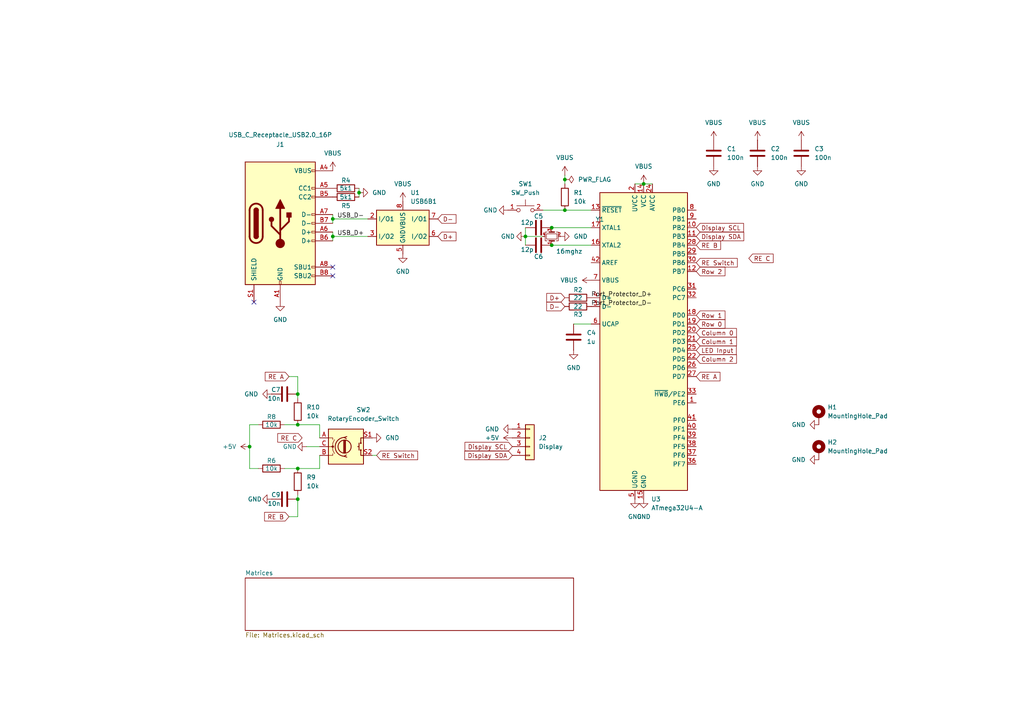
<source format=kicad_sch>
(kicad_sch
	(version 20231120)
	(generator "eeschema")
	(generator_version "8.0")
	(uuid "7ab8ba5b-47b0-433d-b4df-c107ac17d390")
	(paper "A4")
	(lib_symbols
		(symbol "Connector:USB_C_Receptacle_USB2.0_16P"
			(pin_names
				(offset 1.016)
			)
			(exclude_from_sim no)
			(in_bom yes)
			(on_board yes)
			(property "Reference" "J"
				(at 0 22.225 0)
				(effects
					(font
						(size 1.27 1.27)
					)
				)
			)
			(property "Value" "USB_C_Receptacle_USB2.0_16P"
				(at 0 19.685 0)
				(effects
					(font
						(size 1.27 1.27)
					)
				)
			)
			(property "Footprint" ""
				(at 3.81 0 0)
				(effects
					(font
						(size 1.27 1.27)
					)
					(hide yes)
				)
			)
			(property "Datasheet" "https://www.usb.org/sites/default/files/documents/usb_type-c.zip"
				(at 3.81 0 0)
				(effects
					(font
						(size 1.27 1.27)
					)
					(hide yes)
				)
			)
			(property "Description" "USB 2.0-only 16P Type-C Receptacle connector"
				(at 0 0 0)
				(effects
					(font
						(size 1.27 1.27)
					)
					(hide yes)
				)
			)
			(property "ki_keywords" "usb universal serial bus type-C USB2.0"
				(at 0 0 0)
				(effects
					(font
						(size 1.27 1.27)
					)
					(hide yes)
				)
			)
			(property "ki_fp_filters" "USB*C*Receptacle*"
				(at 0 0 0)
				(effects
					(font
						(size 1.27 1.27)
					)
					(hide yes)
				)
			)
			(symbol "USB_C_Receptacle_USB2.0_16P_0_0"
				(rectangle
					(start -0.254 -17.78)
					(end 0.254 -16.764)
					(stroke
						(width 0)
						(type default)
					)
					(fill
						(type none)
					)
				)
				(rectangle
					(start 10.16 -14.986)
					(end 9.144 -15.494)
					(stroke
						(width 0)
						(type default)
					)
					(fill
						(type none)
					)
				)
				(rectangle
					(start 10.16 -12.446)
					(end 9.144 -12.954)
					(stroke
						(width 0)
						(type default)
					)
					(fill
						(type none)
					)
				)
				(rectangle
					(start 10.16 -4.826)
					(end 9.144 -5.334)
					(stroke
						(width 0)
						(type default)
					)
					(fill
						(type none)
					)
				)
				(rectangle
					(start 10.16 -2.286)
					(end 9.144 -2.794)
					(stroke
						(width 0)
						(type default)
					)
					(fill
						(type none)
					)
				)
				(rectangle
					(start 10.16 0.254)
					(end 9.144 -0.254)
					(stroke
						(width 0)
						(type default)
					)
					(fill
						(type none)
					)
				)
				(rectangle
					(start 10.16 2.794)
					(end 9.144 2.286)
					(stroke
						(width 0)
						(type default)
					)
					(fill
						(type none)
					)
				)
				(rectangle
					(start 10.16 7.874)
					(end 9.144 7.366)
					(stroke
						(width 0)
						(type default)
					)
					(fill
						(type none)
					)
				)
				(rectangle
					(start 10.16 10.414)
					(end 9.144 9.906)
					(stroke
						(width 0)
						(type default)
					)
					(fill
						(type none)
					)
				)
				(rectangle
					(start 10.16 15.494)
					(end 9.144 14.986)
					(stroke
						(width 0)
						(type default)
					)
					(fill
						(type none)
					)
				)
			)
			(symbol "USB_C_Receptacle_USB2.0_16P_0_1"
				(rectangle
					(start -10.16 17.78)
					(end 10.16 -17.78)
					(stroke
						(width 0.254)
						(type default)
					)
					(fill
						(type background)
					)
				)
				(arc
					(start -8.89 -3.81)
					(mid -6.985 -5.7067)
					(end -5.08 -3.81)
					(stroke
						(width 0.508)
						(type default)
					)
					(fill
						(type none)
					)
				)
				(arc
					(start -7.62 -3.81)
					(mid -6.985 -4.4423)
					(end -6.35 -3.81)
					(stroke
						(width 0.254)
						(type default)
					)
					(fill
						(type none)
					)
				)
				(arc
					(start -7.62 -3.81)
					(mid -6.985 -4.4423)
					(end -6.35 -3.81)
					(stroke
						(width 0.254)
						(type default)
					)
					(fill
						(type outline)
					)
				)
				(rectangle
					(start -7.62 -3.81)
					(end -6.35 3.81)
					(stroke
						(width 0.254)
						(type default)
					)
					(fill
						(type outline)
					)
				)
				(arc
					(start -6.35 3.81)
					(mid -6.985 4.4423)
					(end -7.62 3.81)
					(stroke
						(width 0.254)
						(type default)
					)
					(fill
						(type none)
					)
				)
				(arc
					(start -6.35 3.81)
					(mid -6.985 4.4423)
					(end -7.62 3.81)
					(stroke
						(width 0.254)
						(type default)
					)
					(fill
						(type outline)
					)
				)
				(arc
					(start -5.08 3.81)
					(mid -6.985 5.7067)
					(end -8.89 3.81)
					(stroke
						(width 0.508)
						(type default)
					)
					(fill
						(type none)
					)
				)
				(circle
					(center -2.54 1.143)
					(radius 0.635)
					(stroke
						(width 0.254)
						(type default)
					)
					(fill
						(type outline)
					)
				)
				(circle
					(center 0 -5.842)
					(radius 1.27)
					(stroke
						(width 0)
						(type default)
					)
					(fill
						(type outline)
					)
				)
				(polyline
					(pts
						(xy -8.89 -3.81) (xy -8.89 3.81)
					)
					(stroke
						(width 0.508)
						(type default)
					)
					(fill
						(type none)
					)
				)
				(polyline
					(pts
						(xy -5.08 3.81) (xy -5.08 -3.81)
					)
					(stroke
						(width 0.508)
						(type default)
					)
					(fill
						(type none)
					)
				)
				(polyline
					(pts
						(xy 0 -5.842) (xy 0 4.318)
					)
					(stroke
						(width 0.508)
						(type default)
					)
					(fill
						(type none)
					)
				)
				(polyline
					(pts
						(xy 0 -3.302) (xy -2.54 -0.762) (xy -2.54 0.508)
					)
					(stroke
						(width 0.508)
						(type default)
					)
					(fill
						(type none)
					)
				)
				(polyline
					(pts
						(xy 0 -2.032) (xy 2.54 0.508) (xy 2.54 1.778)
					)
					(stroke
						(width 0.508)
						(type default)
					)
					(fill
						(type none)
					)
				)
				(polyline
					(pts
						(xy -1.27 4.318) (xy 0 6.858) (xy 1.27 4.318) (xy -1.27 4.318)
					)
					(stroke
						(width 0.254)
						(type default)
					)
					(fill
						(type outline)
					)
				)
				(rectangle
					(start 1.905 1.778)
					(end 3.175 3.048)
					(stroke
						(width 0.254)
						(type default)
					)
					(fill
						(type outline)
					)
				)
			)
			(symbol "USB_C_Receptacle_USB2.0_16P_1_1"
				(pin passive line
					(at 0 -22.86 90)
					(length 5.08)
					(name "GND"
						(effects
							(font
								(size 1.27 1.27)
							)
						)
					)
					(number "A1"
						(effects
							(font
								(size 1.27 1.27)
							)
						)
					)
				)
				(pin passive line
					(at 0 -22.86 90)
					(length 5.08) hide
					(name "GND"
						(effects
							(font
								(size 1.27 1.27)
							)
						)
					)
					(number "A12"
						(effects
							(font
								(size 1.27 1.27)
							)
						)
					)
				)
				(pin passive line
					(at 15.24 15.24 180)
					(length 5.08)
					(name "VBUS"
						(effects
							(font
								(size 1.27 1.27)
							)
						)
					)
					(number "A4"
						(effects
							(font
								(size 1.27 1.27)
							)
						)
					)
				)
				(pin bidirectional line
					(at 15.24 10.16 180)
					(length 5.08)
					(name "CC1"
						(effects
							(font
								(size 1.27 1.27)
							)
						)
					)
					(number "A5"
						(effects
							(font
								(size 1.27 1.27)
							)
						)
					)
				)
				(pin bidirectional line
					(at 15.24 -2.54 180)
					(length 5.08)
					(name "D+"
						(effects
							(font
								(size 1.27 1.27)
							)
						)
					)
					(number "A6"
						(effects
							(font
								(size 1.27 1.27)
							)
						)
					)
				)
				(pin bidirectional line
					(at 15.24 2.54 180)
					(length 5.08)
					(name "D-"
						(effects
							(font
								(size 1.27 1.27)
							)
						)
					)
					(number "A7"
						(effects
							(font
								(size 1.27 1.27)
							)
						)
					)
				)
				(pin bidirectional line
					(at 15.24 -12.7 180)
					(length 5.08)
					(name "SBU1"
						(effects
							(font
								(size 1.27 1.27)
							)
						)
					)
					(number "A8"
						(effects
							(font
								(size 1.27 1.27)
							)
						)
					)
				)
				(pin passive line
					(at 15.24 15.24 180)
					(length 5.08) hide
					(name "VBUS"
						(effects
							(font
								(size 1.27 1.27)
							)
						)
					)
					(number "A9"
						(effects
							(font
								(size 1.27 1.27)
							)
						)
					)
				)
				(pin passive line
					(at 0 -22.86 90)
					(length 5.08) hide
					(name "GND"
						(effects
							(font
								(size 1.27 1.27)
							)
						)
					)
					(number "B1"
						(effects
							(font
								(size 1.27 1.27)
							)
						)
					)
				)
				(pin passive line
					(at 0 -22.86 90)
					(length 5.08) hide
					(name "GND"
						(effects
							(font
								(size 1.27 1.27)
							)
						)
					)
					(number "B12"
						(effects
							(font
								(size 1.27 1.27)
							)
						)
					)
				)
				(pin passive line
					(at 15.24 15.24 180)
					(length 5.08) hide
					(name "VBUS"
						(effects
							(font
								(size 1.27 1.27)
							)
						)
					)
					(number "B4"
						(effects
							(font
								(size 1.27 1.27)
							)
						)
					)
				)
				(pin bidirectional line
					(at 15.24 7.62 180)
					(length 5.08)
					(name "CC2"
						(effects
							(font
								(size 1.27 1.27)
							)
						)
					)
					(number "B5"
						(effects
							(font
								(size 1.27 1.27)
							)
						)
					)
				)
				(pin bidirectional line
					(at 15.24 -5.08 180)
					(length 5.08)
					(name "D+"
						(effects
							(font
								(size 1.27 1.27)
							)
						)
					)
					(number "B6"
						(effects
							(font
								(size 1.27 1.27)
							)
						)
					)
				)
				(pin bidirectional line
					(at 15.24 0 180)
					(length 5.08)
					(name "D-"
						(effects
							(font
								(size 1.27 1.27)
							)
						)
					)
					(number "B7"
						(effects
							(font
								(size 1.27 1.27)
							)
						)
					)
				)
				(pin bidirectional line
					(at 15.24 -15.24 180)
					(length 5.08)
					(name "SBU2"
						(effects
							(font
								(size 1.27 1.27)
							)
						)
					)
					(number "B8"
						(effects
							(font
								(size 1.27 1.27)
							)
						)
					)
				)
				(pin passive line
					(at 15.24 15.24 180)
					(length 5.08) hide
					(name "VBUS"
						(effects
							(font
								(size 1.27 1.27)
							)
						)
					)
					(number "B9"
						(effects
							(font
								(size 1.27 1.27)
							)
						)
					)
				)
				(pin passive line
					(at -7.62 -22.86 90)
					(length 5.08)
					(name "SHIELD"
						(effects
							(font
								(size 1.27 1.27)
							)
						)
					)
					(number "S1"
						(effects
							(font
								(size 1.27 1.27)
							)
						)
					)
				)
			)
		)
		(symbol "Connector_Generic:Conn_01x04"
			(pin_names
				(offset 1.016) hide)
			(exclude_from_sim no)
			(in_bom yes)
			(on_board yes)
			(property "Reference" "J"
				(at 0 5.08 0)
				(effects
					(font
						(size 1.27 1.27)
					)
				)
			)
			(property "Value" "Conn_01x04"
				(at 0 -7.62 0)
				(effects
					(font
						(size 1.27 1.27)
					)
				)
			)
			(property "Footprint" ""
				(at 0 0 0)
				(effects
					(font
						(size 1.27 1.27)
					)
					(hide yes)
				)
			)
			(property "Datasheet" "~"
				(at 0 0 0)
				(effects
					(font
						(size 1.27 1.27)
					)
					(hide yes)
				)
			)
			(property "Description" "Generic connector, single row, 01x04, script generated (kicad-library-utils/schlib/autogen/connector/)"
				(at 0 0 0)
				(effects
					(font
						(size 1.27 1.27)
					)
					(hide yes)
				)
			)
			(property "ki_keywords" "connector"
				(at 0 0 0)
				(effects
					(font
						(size 1.27 1.27)
					)
					(hide yes)
				)
			)
			(property "ki_fp_filters" "Connector*:*_1x??_*"
				(at 0 0 0)
				(effects
					(font
						(size 1.27 1.27)
					)
					(hide yes)
				)
			)
			(symbol "Conn_01x04_1_1"
				(rectangle
					(start -1.27 -4.953)
					(end 0 -5.207)
					(stroke
						(width 0.1524)
						(type default)
					)
					(fill
						(type none)
					)
				)
				(rectangle
					(start -1.27 -2.413)
					(end 0 -2.667)
					(stroke
						(width 0.1524)
						(type default)
					)
					(fill
						(type none)
					)
				)
				(rectangle
					(start -1.27 0.127)
					(end 0 -0.127)
					(stroke
						(width 0.1524)
						(type default)
					)
					(fill
						(type none)
					)
				)
				(rectangle
					(start -1.27 2.667)
					(end 0 2.413)
					(stroke
						(width 0.1524)
						(type default)
					)
					(fill
						(type none)
					)
				)
				(rectangle
					(start -1.27 3.81)
					(end 1.27 -6.35)
					(stroke
						(width 0.254)
						(type default)
					)
					(fill
						(type background)
					)
				)
				(pin passive line
					(at -5.08 2.54 0)
					(length 3.81)
					(name "Pin_1"
						(effects
							(font
								(size 1.27 1.27)
							)
						)
					)
					(number "1"
						(effects
							(font
								(size 1.27 1.27)
							)
						)
					)
				)
				(pin passive line
					(at -5.08 0 0)
					(length 3.81)
					(name "Pin_2"
						(effects
							(font
								(size 1.27 1.27)
							)
						)
					)
					(number "2"
						(effects
							(font
								(size 1.27 1.27)
							)
						)
					)
				)
				(pin passive line
					(at -5.08 -2.54 0)
					(length 3.81)
					(name "Pin_3"
						(effects
							(font
								(size 1.27 1.27)
							)
						)
					)
					(number "3"
						(effects
							(font
								(size 1.27 1.27)
							)
						)
					)
				)
				(pin passive line
					(at -5.08 -5.08 0)
					(length 3.81)
					(name "Pin_4"
						(effects
							(font
								(size 1.27 1.27)
							)
						)
					)
					(number "4"
						(effects
							(font
								(size 1.27 1.27)
							)
						)
					)
				)
			)
		)
		(symbol "Device:C"
			(pin_numbers hide)
			(pin_names
				(offset 0.254)
			)
			(exclude_from_sim no)
			(in_bom yes)
			(on_board yes)
			(property "Reference" "C"
				(at 0.635 2.54 0)
				(effects
					(font
						(size 1.27 1.27)
					)
					(justify left)
				)
			)
			(property "Value" "C"
				(at 0.635 -2.54 0)
				(effects
					(font
						(size 1.27 1.27)
					)
					(justify left)
				)
			)
			(property "Footprint" ""
				(at 0.9652 -3.81 0)
				(effects
					(font
						(size 1.27 1.27)
					)
					(hide yes)
				)
			)
			(property "Datasheet" "~"
				(at 0 0 0)
				(effects
					(font
						(size 1.27 1.27)
					)
					(hide yes)
				)
			)
			(property "Description" "Unpolarized capacitor"
				(at 0 0 0)
				(effects
					(font
						(size 1.27 1.27)
					)
					(hide yes)
				)
			)
			(property "ki_keywords" "cap capacitor"
				(at 0 0 0)
				(effects
					(font
						(size 1.27 1.27)
					)
					(hide yes)
				)
			)
			(property "ki_fp_filters" "C_*"
				(at 0 0 0)
				(effects
					(font
						(size 1.27 1.27)
					)
					(hide yes)
				)
			)
			(symbol "C_0_1"
				(polyline
					(pts
						(xy -2.032 -0.762) (xy 2.032 -0.762)
					)
					(stroke
						(width 0.508)
						(type default)
					)
					(fill
						(type none)
					)
				)
				(polyline
					(pts
						(xy -2.032 0.762) (xy 2.032 0.762)
					)
					(stroke
						(width 0.508)
						(type default)
					)
					(fill
						(type none)
					)
				)
			)
			(symbol "C_1_1"
				(pin passive line
					(at 0 3.81 270)
					(length 2.794)
					(name "~"
						(effects
							(font
								(size 1.27 1.27)
							)
						)
					)
					(number "1"
						(effects
							(font
								(size 1.27 1.27)
							)
						)
					)
				)
				(pin passive line
					(at 0 -3.81 90)
					(length 2.794)
					(name "~"
						(effects
							(font
								(size 1.27 1.27)
							)
						)
					)
					(number "2"
						(effects
							(font
								(size 1.27 1.27)
							)
						)
					)
				)
			)
		)
		(symbol "Device:Crystal_GND24_Small"
			(pin_names
				(offset 1.016) hide)
			(exclude_from_sim no)
			(in_bom yes)
			(on_board yes)
			(property "Reference" "Y"
				(at 1.27 4.445 0)
				(effects
					(font
						(size 1.27 1.27)
					)
					(justify left)
				)
			)
			(property "Value" "Crystal_GND24_Small"
				(at 1.27 2.54 0)
				(effects
					(font
						(size 1.27 1.27)
					)
					(justify left)
				)
			)
			(property "Footprint" ""
				(at 0 0 0)
				(effects
					(font
						(size 1.27 1.27)
					)
					(hide yes)
				)
			)
			(property "Datasheet" "~"
				(at 0 0 0)
				(effects
					(font
						(size 1.27 1.27)
					)
					(hide yes)
				)
			)
			(property "Description" "Four pin crystal, GND on pins 2 and 4, small symbol"
				(at 0 0 0)
				(effects
					(font
						(size 1.27 1.27)
					)
					(hide yes)
				)
			)
			(property "ki_keywords" "quartz ceramic resonator oscillator"
				(at 0 0 0)
				(effects
					(font
						(size 1.27 1.27)
					)
					(hide yes)
				)
			)
			(property "ki_fp_filters" "Crystal*"
				(at 0 0 0)
				(effects
					(font
						(size 1.27 1.27)
					)
					(hide yes)
				)
			)
			(symbol "Crystal_GND24_Small_0_1"
				(rectangle
					(start -0.762 -1.524)
					(end 0.762 1.524)
					(stroke
						(width 0)
						(type default)
					)
					(fill
						(type none)
					)
				)
				(polyline
					(pts
						(xy -1.27 -0.762) (xy -1.27 0.762)
					)
					(stroke
						(width 0.381)
						(type default)
					)
					(fill
						(type none)
					)
				)
				(polyline
					(pts
						(xy 1.27 -0.762) (xy 1.27 0.762)
					)
					(stroke
						(width 0.381)
						(type default)
					)
					(fill
						(type none)
					)
				)
				(polyline
					(pts
						(xy -1.27 -1.27) (xy -1.27 -1.905) (xy 1.27 -1.905) (xy 1.27 -1.27)
					)
					(stroke
						(width 0)
						(type default)
					)
					(fill
						(type none)
					)
				)
				(polyline
					(pts
						(xy -1.27 1.27) (xy -1.27 1.905) (xy 1.27 1.905) (xy 1.27 1.27)
					)
					(stroke
						(width 0)
						(type default)
					)
					(fill
						(type none)
					)
				)
			)
			(symbol "Crystal_GND24_Small_1_1"
				(pin passive line
					(at -2.54 0 0)
					(length 1.27)
					(name "1"
						(effects
							(font
								(size 1.27 1.27)
							)
						)
					)
					(number "1"
						(effects
							(font
								(size 0.762 0.762)
							)
						)
					)
				)
				(pin passive line
					(at 0 -2.54 90)
					(length 0.635)
					(name "2"
						(effects
							(font
								(size 1.27 1.27)
							)
						)
					)
					(number "2"
						(effects
							(font
								(size 0.762 0.762)
							)
						)
					)
				)
				(pin passive line
					(at 2.54 0 180)
					(length 1.27)
					(name "3"
						(effects
							(font
								(size 1.27 1.27)
							)
						)
					)
					(number "3"
						(effects
							(font
								(size 0.762 0.762)
							)
						)
					)
				)
				(pin passive line
					(at 0 2.54 270)
					(length 0.635)
					(name "4"
						(effects
							(font
								(size 1.27 1.27)
							)
						)
					)
					(number "4"
						(effects
							(font
								(size 0.762 0.762)
							)
						)
					)
				)
			)
		)
		(symbol "Device:R"
			(pin_numbers hide)
			(pin_names
				(offset 0)
			)
			(exclude_from_sim no)
			(in_bom yes)
			(on_board yes)
			(property "Reference" "R"
				(at 2.032 0 90)
				(effects
					(font
						(size 1.27 1.27)
					)
				)
			)
			(property "Value" "R"
				(at 0 0 90)
				(effects
					(font
						(size 1.27 1.27)
					)
				)
			)
			(property "Footprint" ""
				(at -1.778 0 90)
				(effects
					(font
						(size 1.27 1.27)
					)
					(hide yes)
				)
			)
			(property "Datasheet" "~"
				(at 0 0 0)
				(effects
					(font
						(size 1.27 1.27)
					)
					(hide yes)
				)
			)
			(property "Description" "Resistor"
				(at 0 0 0)
				(effects
					(font
						(size 1.27 1.27)
					)
					(hide yes)
				)
			)
			(property "ki_keywords" "R res resistor"
				(at 0 0 0)
				(effects
					(font
						(size 1.27 1.27)
					)
					(hide yes)
				)
			)
			(property "ki_fp_filters" "R_*"
				(at 0 0 0)
				(effects
					(font
						(size 1.27 1.27)
					)
					(hide yes)
				)
			)
			(symbol "R_0_1"
				(rectangle
					(start -1.016 -2.54)
					(end 1.016 2.54)
					(stroke
						(width 0.254)
						(type default)
					)
					(fill
						(type none)
					)
				)
			)
			(symbol "R_1_1"
				(pin passive line
					(at 0 3.81 270)
					(length 1.27)
					(name "~"
						(effects
							(font
								(size 1.27 1.27)
							)
						)
					)
					(number "1"
						(effects
							(font
								(size 1.27 1.27)
							)
						)
					)
				)
				(pin passive line
					(at 0 -3.81 90)
					(length 1.27)
					(name "~"
						(effects
							(font
								(size 1.27 1.27)
							)
						)
					)
					(number "2"
						(effects
							(font
								(size 1.27 1.27)
							)
						)
					)
				)
			)
		)
		(symbol "Device:RotaryEncoder_Switch"
			(pin_names
				(offset 0.254) hide)
			(exclude_from_sim no)
			(in_bom yes)
			(on_board yes)
			(property "Reference" "SW"
				(at 0 6.604 0)
				(effects
					(font
						(size 1.27 1.27)
					)
				)
			)
			(property "Value" "RotaryEncoder_Switch"
				(at 0 -6.604 0)
				(effects
					(font
						(size 1.27 1.27)
					)
				)
			)
			(property "Footprint" ""
				(at -3.81 4.064 0)
				(effects
					(font
						(size 1.27 1.27)
					)
					(hide yes)
				)
			)
			(property "Datasheet" "~"
				(at 0 6.604 0)
				(effects
					(font
						(size 1.27 1.27)
					)
					(hide yes)
				)
			)
			(property "Description" "Rotary encoder, dual channel, incremental quadrate outputs, with switch"
				(at 0 0 0)
				(effects
					(font
						(size 1.27 1.27)
					)
					(hide yes)
				)
			)
			(property "ki_keywords" "rotary switch encoder switch push button"
				(at 0 0 0)
				(effects
					(font
						(size 1.27 1.27)
					)
					(hide yes)
				)
			)
			(property "ki_fp_filters" "RotaryEncoder*Switch*"
				(at 0 0 0)
				(effects
					(font
						(size 1.27 1.27)
					)
					(hide yes)
				)
			)
			(symbol "RotaryEncoder_Switch_0_1"
				(rectangle
					(start -5.08 5.08)
					(end 5.08 -5.08)
					(stroke
						(width 0.254)
						(type default)
					)
					(fill
						(type background)
					)
				)
				(circle
					(center -3.81 0)
					(radius 0.254)
					(stroke
						(width 0)
						(type default)
					)
					(fill
						(type outline)
					)
				)
				(circle
					(center -0.381 0)
					(radius 1.905)
					(stroke
						(width 0.254)
						(type default)
					)
					(fill
						(type none)
					)
				)
				(arc
					(start -0.381 2.667)
					(mid -3.0988 -0.0635)
					(end -0.381 -2.794)
					(stroke
						(width 0.254)
						(type default)
					)
					(fill
						(type none)
					)
				)
				(polyline
					(pts
						(xy -0.635 -1.778) (xy -0.635 1.778)
					)
					(stroke
						(width 0.254)
						(type default)
					)
					(fill
						(type none)
					)
				)
				(polyline
					(pts
						(xy -0.381 -1.778) (xy -0.381 1.778)
					)
					(stroke
						(width 0.254)
						(type default)
					)
					(fill
						(type none)
					)
				)
				(polyline
					(pts
						(xy -0.127 1.778) (xy -0.127 -1.778)
					)
					(stroke
						(width 0.254)
						(type default)
					)
					(fill
						(type none)
					)
				)
				(polyline
					(pts
						(xy 3.81 0) (xy 3.429 0)
					)
					(stroke
						(width 0.254)
						(type default)
					)
					(fill
						(type none)
					)
				)
				(polyline
					(pts
						(xy 3.81 1.016) (xy 3.81 -1.016)
					)
					(stroke
						(width 0.254)
						(type default)
					)
					(fill
						(type none)
					)
				)
				(polyline
					(pts
						(xy -5.08 -2.54) (xy -3.81 -2.54) (xy -3.81 -2.032)
					)
					(stroke
						(width 0)
						(type default)
					)
					(fill
						(type none)
					)
				)
				(polyline
					(pts
						(xy -5.08 2.54) (xy -3.81 2.54) (xy -3.81 2.032)
					)
					(stroke
						(width 0)
						(type default)
					)
					(fill
						(type none)
					)
				)
				(polyline
					(pts
						(xy 0.254 -3.048) (xy -0.508 -2.794) (xy 0.127 -2.413)
					)
					(stroke
						(width 0.254)
						(type default)
					)
					(fill
						(type none)
					)
				)
				(polyline
					(pts
						(xy 0.254 2.921) (xy -0.508 2.667) (xy 0.127 2.286)
					)
					(stroke
						(width 0.254)
						(type default)
					)
					(fill
						(type none)
					)
				)
				(polyline
					(pts
						(xy 5.08 -2.54) (xy 4.318 -2.54) (xy 4.318 -1.016)
					)
					(stroke
						(width 0.254)
						(type default)
					)
					(fill
						(type none)
					)
				)
				(polyline
					(pts
						(xy 5.08 2.54) (xy 4.318 2.54) (xy 4.318 1.016)
					)
					(stroke
						(width 0.254)
						(type default)
					)
					(fill
						(type none)
					)
				)
				(polyline
					(pts
						(xy -5.08 0) (xy -3.81 0) (xy -3.81 -1.016) (xy -3.302 -2.032)
					)
					(stroke
						(width 0)
						(type default)
					)
					(fill
						(type none)
					)
				)
				(polyline
					(pts
						(xy -4.318 0) (xy -3.81 0) (xy -3.81 1.016) (xy -3.302 2.032)
					)
					(stroke
						(width 0)
						(type default)
					)
					(fill
						(type none)
					)
				)
				(circle
					(center 4.318 -1.016)
					(radius 0.127)
					(stroke
						(width 0.254)
						(type default)
					)
					(fill
						(type none)
					)
				)
				(circle
					(center 4.318 1.016)
					(radius 0.127)
					(stroke
						(width 0.254)
						(type default)
					)
					(fill
						(type none)
					)
				)
			)
			(symbol "RotaryEncoder_Switch_1_1"
				(pin passive line
					(at -7.62 2.54 0)
					(length 2.54)
					(name "A"
						(effects
							(font
								(size 1.27 1.27)
							)
						)
					)
					(number "A"
						(effects
							(font
								(size 1.27 1.27)
							)
						)
					)
				)
				(pin passive line
					(at -7.62 -2.54 0)
					(length 2.54)
					(name "B"
						(effects
							(font
								(size 1.27 1.27)
							)
						)
					)
					(number "B"
						(effects
							(font
								(size 1.27 1.27)
							)
						)
					)
				)
				(pin passive line
					(at -7.62 0 0)
					(length 2.54)
					(name "C"
						(effects
							(font
								(size 1.27 1.27)
							)
						)
					)
					(number "C"
						(effects
							(font
								(size 1.27 1.27)
							)
						)
					)
				)
				(pin passive line
					(at 7.62 2.54 180)
					(length 2.54)
					(name "S1"
						(effects
							(font
								(size 1.27 1.27)
							)
						)
					)
					(number "S1"
						(effects
							(font
								(size 1.27 1.27)
							)
						)
					)
				)
				(pin passive line
					(at 7.62 -2.54 180)
					(length 2.54)
					(name "S2"
						(effects
							(font
								(size 1.27 1.27)
							)
						)
					)
					(number "S2"
						(effects
							(font
								(size 1.27 1.27)
							)
						)
					)
				)
			)
		)
		(symbol "MCU_Microchip_ATmega:ATmega32U4-A"
			(exclude_from_sim no)
			(in_bom yes)
			(on_board yes)
			(property "Reference" "U"
				(at -12.7 44.45 0)
				(effects
					(font
						(size 1.27 1.27)
					)
					(justify left bottom)
				)
			)
			(property "Value" "ATmega32U4-A"
				(at 2.54 -44.45 0)
				(effects
					(font
						(size 1.27 1.27)
					)
					(justify left top)
				)
			)
			(property "Footprint" "Package_QFP:TQFP-44_10x10mm_P0.8mm"
				(at 0 0 0)
				(effects
					(font
						(size 1.27 1.27)
						(italic yes)
					)
					(hide yes)
				)
			)
			(property "Datasheet" "http://ww1.microchip.com/downloads/en/DeviceDoc/Atmel-7766-8-bit-AVR-ATmega16U4-32U4_Datasheet.pdf"
				(at 0 0 0)
				(effects
					(font
						(size 1.27 1.27)
					)
					(hide yes)
				)
			)
			(property "Description" "16MHz, 32kB Flash, 2.5kB SRAM, 1kB EEPROM, USB 2.0, TQFP-44"
				(at 0 0 0)
				(effects
					(font
						(size 1.27 1.27)
					)
					(hide yes)
				)
			)
			(property "ki_keywords" "AVR 8bit Microcontroller MegaAVR USB"
				(at 0 0 0)
				(effects
					(font
						(size 1.27 1.27)
					)
					(hide yes)
				)
			)
			(property "ki_fp_filters" "TQFP*10x10mm*P0.8mm*"
				(at 0 0 0)
				(effects
					(font
						(size 1.27 1.27)
					)
					(hide yes)
				)
			)
			(symbol "ATmega32U4-A_0_1"
				(rectangle
					(start -12.7 -43.18)
					(end 12.7 43.18)
					(stroke
						(width 0.254)
						(type default)
					)
					(fill
						(type background)
					)
				)
			)
			(symbol "ATmega32U4-A_1_1"
				(pin bidirectional line
					(at 15.24 -17.78 180)
					(length 2.54)
					(name "PE6"
						(effects
							(font
								(size 1.27 1.27)
							)
						)
					)
					(number "1"
						(effects
							(font
								(size 1.27 1.27)
							)
						)
					)
				)
				(pin bidirectional line
					(at 15.24 33.02 180)
					(length 2.54)
					(name "PB2"
						(effects
							(font
								(size 1.27 1.27)
							)
						)
					)
					(number "10"
						(effects
							(font
								(size 1.27 1.27)
							)
						)
					)
				)
				(pin bidirectional line
					(at 15.24 30.48 180)
					(length 2.54)
					(name "PB3"
						(effects
							(font
								(size 1.27 1.27)
							)
						)
					)
					(number "11"
						(effects
							(font
								(size 1.27 1.27)
							)
						)
					)
				)
				(pin bidirectional line
					(at 15.24 20.32 180)
					(length 2.54)
					(name "PB7"
						(effects
							(font
								(size 1.27 1.27)
							)
						)
					)
					(number "12"
						(effects
							(font
								(size 1.27 1.27)
							)
						)
					)
				)
				(pin input line
					(at -15.24 38.1 0)
					(length 2.54)
					(name "~{RESET}"
						(effects
							(font
								(size 1.27 1.27)
							)
						)
					)
					(number "13"
						(effects
							(font
								(size 1.27 1.27)
							)
						)
					)
				)
				(pin power_in line
					(at 0 45.72 270)
					(length 2.54)
					(name "VCC"
						(effects
							(font
								(size 1.27 1.27)
							)
						)
					)
					(number "14"
						(effects
							(font
								(size 1.27 1.27)
							)
						)
					)
				)
				(pin power_in line
					(at 0 -45.72 90)
					(length 2.54)
					(name "GND"
						(effects
							(font
								(size 1.27 1.27)
							)
						)
					)
					(number "15"
						(effects
							(font
								(size 1.27 1.27)
							)
						)
					)
				)
				(pin output line
					(at -15.24 27.94 0)
					(length 2.54)
					(name "XTAL2"
						(effects
							(font
								(size 1.27 1.27)
							)
						)
					)
					(number "16"
						(effects
							(font
								(size 1.27 1.27)
							)
						)
					)
				)
				(pin input line
					(at -15.24 33.02 0)
					(length 2.54)
					(name "XTAL1"
						(effects
							(font
								(size 1.27 1.27)
							)
						)
					)
					(number "17"
						(effects
							(font
								(size 1.27 1.27)
							)
						)
					)
				)
				(pin bidirectional line
					(at 15.24 7.62 180)
					(length 2.54)
					(name "PD0"
						(effects
							(font
								(size 1.27 1.27)
							)
						)
					)
					(number "18"
						(effects
							(font
								(size 1.27 1.27)
							)
						)
					)
				)
				(pin bidirectional line
					(at 15.24 5.08 180)
					(length 2.54)
					(name "PD1"
						(effects
							(font
								(size 1.27 1.27)
							)
						)
					)
					(number "19"
						(effects
							(font
								(size 1.27 1.27)
							)
						)
					)
				)
				(pin power_in line
					(at -2.54 45.72 270)
					(length 2.54)
					(name "UVCC"
						(effects
							(font
								(size 1.27 1.27)
							)
						)
					)
					(number "2"
						(effects
							(font
								(size 1.27 1.27)
							)
						)
					)
				)
				(pin bidirectional line
					(at 15.24 2.54 180)
					(length 2.54)
					(name "PD2"
						(effects
							(font
								(size 1.27 1.27)
							)
						)
					)
					(number "20"
						(effects
							(font
								(size 1.27 1.27)
							)
						)
					)
				)
				(pin bidirectional line
					(at 15.24 0 180)
					(length 2.54)
					(name "PD3"
						(effects
							(font
								(size 1.27 1.27)
							)
						)
					)
					(number "21"
						(effects
							(font
								(size 1.27 1.27)
							)
						)
					)
				)
				(pin bidirectional line
					(at 15.24 -5.08 180)
					(length 2.54)
					(name "PD5"
						(effects
							(font
								(size 1.27 1.27)
							)
						)
					)
					(number "22"
						(effects
							(font
								(size 1.27 1.27)
							)
						)
					)
				)
				(pin passive line
					(at 0 -45.72 90)
					(length 2.54) hide
					(name "GND"
						(effects
							(font
								(size 1.27 1.27)
							)
						)
					)
					(number "23"
						(effects
							(font
								(size 1.27 1.27)
							)
						)
					)
				)
				(pin power_in line
					(at 2.54 45.72 270)
					(length 2.54)
					(name "AVCC"
						(effects
							(font
								(size 1.27 1.27)
							)
						)
					)
					(number "24"
						(effects
							(font
								(size 1.27 1.27)
							)
						)
					)
				)
				(pin bidirectional line
					(at 15.24 -2.54 180)
					(length 2.54)
					(name "PD4"
						(effects
							(font
								(size 1.27 1.27)
							)
						)
					)
					(number "25"
						(effects
							(font
								(size 1.27 1.27)
							)
						)
					)
				)
				(pin bidirectional line
					(at 15.24 -7.62 180)
					(length 2.54)
					(name "PD6"
						(effects
							(font
								(size 1.27 1.27)
							)
						)
					)
					(number "26"
						(effects
							(font
								(size 1.27 1.27)
							)
						)
					)
				)
				(pin bidirectional line
					(at 15.24 -10.16 180)
					(length 2.54)
					(name "PD7"
						(effects
							(font
								(size 1.27 1.27)
							)
						)
					)
					(number "27"
						(effects
							(font
								(size 1.27 1.27)
							)
						)
					)
				)
				(pin bidirectional line
					(at 15.24 27.94 180)
					(length 2.54)
					(name "PB4"
						(effects
							(font
								(size 1.27 1.27)
							)
						)
					)
					(number "28"
						(effects
							(font
								(size 1.27 1.27)
							)
						)
					)
				)
				(pin bidirectional line
					(at 15.24 25.4 180)
					(length 2.54)
					(name "PB5"
						(effects
							(font
								(size 1.27 1.27)
							)
						)
					)
					(number "29"
						(effects
							(font
								(size 1.27 1.27)
							)
						)
					)
				)
				(pin bidirectional line
					(at -15.24 10.16 0)
					(length 2.54)
					(name "D-"
						(effects
							(font
								(size 1.27 1.27)
							)
						)
					)
					(number "3"
						(effects
							(font
								(size 1.27 1.27)
							)
						)
					)
				)
				(pin bidirectional line
					(at 15.24 22.86 180)
					(length 2.54)
					(name "PB6"
						(effects
							(font
								(size 1.27 1.27)
							)
						)
					)
					(number "30"
						(effects
							(font
								(size 1.27 1.27)
							)
						)
					)
				)
				(pin bidirectional line
					(at 15.24 15.24 180)
					(length 2.54)
					(name "PC6"
						(effects
							(font
								(size 1.27 1.27)
							)
						)
					)
					(number "31"
						(effects
							(font
								(size 1.27 1.27)
							)
						)
					)
				)
				(pin bidirectional line
					(at 15.24 12.7 180)
					(length 2.54)
					(name "PC7"
						(effects
							(font
								(size 1.27 1.27)
							)
						)
					)
					(number "32"
						(effects
							(font
								(size 1.27 1.27)
							)
						)
					)
				)
				(pin bidirectional line
					(at 15.24 -15.24 180)
					(length 2.54)
					(name "~{HWB}/PE2"
						(effects
							(font
								(size 1.27 1.27)
							)
						)
					)
					(number "33"
						(effects
							(font
								(size 1.27 1.27)
							)
						)
					)
				)
				(pin passive line
					(at 0 45.72 270)
					(length 2.54) hide
					(name "VCC"
						(effects
							(font
								(size 1.27 1.27)
							)
						)
					)
					(number "34"
						(effects
							(font
								(size 1.27 1.27)
							)
						)
					)
				)
				(pin passive line
					(at 0 -45.72 90)
					(length 2.54) hide
					(name "GND"
						(effects
							(font
								(size 1.27 1.27)
							)
						)
					)
					(number "35"
						(effects
							(font
								(size 1.27 1.27)
							)
						)
					)
				)
				(pin bidirectional line
					(at 15.24 -35.56 180)
					(length 2.54)
					(name "PF7"
						(effects
							(font
								(size 1.27 1.27)
							)
						)
					)
					(number "36"
						(effects
							(font
								(size 1.27 1.27)
							)
						)
					)
				)
				(pin bidirectional line
					(at 15.24 -33.02 180)
					(length 2.54)
					(name "PF6"
						(effects
							(font
								(size 1.27 1.27)
							)
						)
					)
					(number "37"
						(effects
							(font
								(size 1.27 1.27)
							)
						)
					)
				)
				(pin bidirectional line
					(at 15.24 -30.48 180)
					(length 2.54)
					(name "PF5"
						(effects
							(font
								(size 1.27 1.27)
							)
						)
					)
					(number "38"
						(effects
							(font
								(size 1.27 1.27)
							)
						)
					)
				)
				(pin bidirectional line
					(at 15.24 -27.94 180)
					(length 2.54)
					(name "PF4"
						(effects
							(font
								(size 1.27 1.27)
							)
						)
					)
					(number "39"
						(effects
							(font
								(size 1.27 1.27)
							)
						)
					)
				)
				(pin bidirectional line
					(at -15.24 12.7 0)
					(length 2.54)
					(name "D+"
						(effects
							(font
								(size 1.27 1.27)
							)
						)
					)
					(number "4"
						(effects
							(font
								(size 1.27 1.27)
							)
						)
					)
				)
				(pin bidirectional line
					(at 15.24 -25.4 180)
					(length 2.54)
					(name "PF1"
						(effects
							(font
								(size 1.27 1.27)
							)
						)
					)
					(number "40"
						(effects
							(font
								(size 1.27 1.27)
							)
						)
					)
				)
				(pin bidirectional line
					(at 15.24 -22.86 180)
					(length 2.54)
					(name "PF0"
						(effects
							(font
								(size 1.27 1.27)
							)
						)
					)
					(number "41"
						(effects
							(font
								(size 1.27 1.27)
							)
						)
					)
				)
				(pin passive line
					(at -15.24 22.86 0)
					(length 2.54)
					(name "AREF"
						(effects
							(font
								(size 1.27 1.27)
							)
						)
					)
					(number "42"
						(effects
							(font
								(size 1.27 1.27)
							)
						)
					)
				)
				(pin passive line
					(at 0 -45.72 90)
					(length 2.54) hide
					(name "GND"
						(effects
							(font
								(size 1.27 1.27)
							)
						)
					)
					(number "43"
						(effects
							(font
								(size 1.27 1.27)
							)
						)
					)
				)
				(pin passive line
					(at 2.54 45.72 270)
					(length 2.54) hide
					(name "AVCC"
						(effects
							(font
								(size 1.27 1.27)
							)
						)
					)
					(number "44"
						(effects
							(font
								(size 1.27 1.27)
							)
						)
					)
				)
				(pin passive line
					(at -2.54 -45.72 90)
					(length 2.54)
					(name "UGND"
						(effects
							(font
								(size 1.27 1.27)
							)
						)
					)
					(number "5"
						(effects
							(font
								(size 1.27 1.27)
							)
						)
					)
				)
				(pin passive line
					(at -15.24 5.08 0)
					(length 2.54)
					(name "UCAP"
						(effects
							(font
								(size 1.27 1.27)
							)
						)
					)
					(number "6"
						(effects
							(font
								(size 1.27 1.27)
							)
						)
					)
				)
				(pin input line
					(at -15.24 17.78 0)
					(length 2.54)
					(name "VBUS"
						(effects
							(font
								(size 1.27 1.27)
							)
						)
					)
					(number "7"
						(effects
							(font
								(size 1.27 1.27)
							)
						)
					)
				)
				(pin bidirectional line
					(at 15.24 38.1 180)
					(length 2.54)
					(name "PB0"
						(effects
							(font
								(size 1.27 1.27)
							)
						)
					)
					(number "8"
						(effects
							(font
								(size 1.27 1.27)
							)
						)
					)
				)
				(pin bidirectional line
					(at 15.24 35.56 180)
					(length 2.54)
					(name "PB1"
						(effects
							(font
								(size 1.27 1.27)
							)
						)
					)
					(number "9"
						(effects
							(font
								(size 1.27 1.27)
							)
						)
					)
				)
			)
		)
		(symbol "Mechanical:MountingHole_Pad"
			(pin_numbers hide)
			(pin_names
				(offset 1.016) hide)
			(exclude_from_sim yes)
			(in_bom no)
			(on_board yes)
			(property "Reference" "H"
				(at 0 6.35 0)
				(effects
					(font
						(size 1.27 1.27)
					)
				)
			)
			(property "Value" "MountingHole_Pad"
				(at 0 4.445 0)
				(effects
					(font
						(size 1.27 1.27)
					)
				)
			)
			(property "Footprint" ""
				(at 0 0 0)
				(effects
					(font
						(size 1.27 1.27)
					)
					(hide yes)
				)
			)
			(property "Datasheet" "~"
				(at 0 0 0)
				(effects
					(font
						(size 1.27 1.27)
					)
					(hide yes)
				)
			)
			(property "Description" "Mounting Hole with connection"
				(at 0 0 0)
				(effects
					(font
						(size 1.27 1.27)
					)
					(hide yes)
				)
			)
			(property "ki_keywords" "mounting hole"
				(at 0 0 0)
				(effects
					(font
						(size 1.27 1.27)
					)
					(hide yes)
				)
			)
			(property "ki_fp_filters" "MountingHole*Pad*"
				(at 0 0 0)
				(effects
					(font
						(size 1.27 1.27)
					)
					(hide yes)
				)
			)
			(symbol "MountingHole_Pad_0_1"
				(circle
					(center 0 1.27)
					(radius 1.27)
					(stroke
						(width 1.27)
						(type default)
					)
					(fill
						(type none)
					)
				)
			)
			(symbol "MountingHole_Pad_1_1"
				(pin input line
					(at 0 -2.54 90)
					(length 2.54)
					(name "1"
						(effects
							(font
								(size 1.27 1.27)
							)
						)
					)
					(number "1"
						(effects
							(font
								(size 1.27 1.27)
							)
						)
					)
				)
			)
		)
		(symbol "Power_Protection:USB6B1"
			(exclude_from_sim no)
			(in_bom yes)
			(on_board yes)
			(property "Reference" "U"
				(at 6.35 6.35 0)
				(effects
					(font
						(size 1.27 1.27)
					)
				)
			)
			(property "Value" "USB6B1"
				(at 5.08 -6.35 0)
				(effects
					(font
						(size 1.27 1.27)
					)
				)
			)
			(property "Footprint" "Package_SO:SOIC-8_3.9x4.9mm_P1.27mm"
				(at 0 0 0)
				(effects
					(font
						(size 1.27 1.27)
					)
					(hide yes)
				)
			)
			(property "Datasheet" "http://www.st.com/content/ccc/resource/technical/document/datasheet/3e/ec/b2/54/b2/76/47/90/CD00001361.pdf/files/CD00001361.pdf/jcr:content/translations/en.CD00001361.pdf"
				(at -24.13 -2.54 0)
				(effects
					(font
						(size 1.27 1.27)
					)
					(hide yes)
				)
			)
			(property "Description" "5V Data line protection"
				(at 0 0 0)
				(effects
					(font
						(size 1.27 1.27)
					)
					(hide yes)
				)
			)
			(property "ki_keywords" "ESD USB"
				(at 0 0 0)
				(effects
					(font
						(size 1.27 1.27)
					)
					(hide yes)
				)
			)
			(property "ki_fp_filters" "SOIC*3.9x4.9mm*P1.27mm*"
				(at 0 0 0)
				(effects
					(font
						(size 1.27 1.27)
					)
					(hide yes)
				)
			)
			(symbol "USB6B1_0_1"
				(rectangle
					(start -7.62 -5.08)
					(end 7.62 5.08)
					(stroke
						(width 0.254)
						(type default)
					)
					(fill
						(type background)
					)
				)
			)
			(symbol "USB6B1_1_1"
				(pin passive line
					(at 0 7.62 270)
					(length 2.54) hide
					(name "VBUS"
						(effects
							(font
								(size 1.27 1.27)
							)
						)
					)
					(number "1"
						(effects
							(font
								(size 1.27 1.27)
							)
						)
					)
				)
				(pin passive line
					(at -10.16 2.54 0)
					(length 2.54)
					(name "I/O1"
						(effects
							(font
								(size 1.27 1.27)
							)
						)
					)
					(number "2"
						(effects
							(font
								(size 1.27 1.27)
							)
						)
					)
				)
				(pin passive line
					(at -10.16 -2.54 0)
					(length 2.54)
					(name "I/O2"
						(effects
							(font
								(size 1.27 1.27)
							)
						)
					)
					(number "3"
						(effects
							(font
								(size 1.27 1.27)
							)
						)
					)
				)
				(pin passive line
					(at 0 -7.62 90)
					(length 2.54) hide
					(name "GND"
						(effects
							(font
								(size 1.27 1.27)
							)
						)
					)
					(number "4"
						(effects
							(font
								(size 1.27 1.27)
							)
						)
					)
				)
				(pin passive line
					(at 0 -7.62 90)
					(length 2.54)
					(name "GND"
						(effects
							(font
								(size 1.27 1.27)
							)
						)
					)
					(number "5"
						(effects
							(font
								(size 1.27 1.27)
							)
						)
					)
				)
				(pin passive line
					(at 10.16 -2.54 180)
					(length 2.54)
					(name "I/O2"
						(effects
							(font
								(size 1.27 1.27)
							)
						)
					)
					(number "6"
						(effects
							(font
								(size 1.27 1.27)
							)
						)
					)
				)
				(pin passive line
					(at 10.16 2.54 180)
					(length 2.54)
					(name "I/O1"
						(effects
							(font
								(size 1.27 1.27)
							)
						)
					)
					(number "7"
						(effects
							(font
								(size 1.27 1.27)
							)
						)
					)
				)
				(pin passive line
					(at 0 7.62 270)
					(length 2.54)
					(name "VBUS"
						(effects
							(font
								(size 1.27 1.27)
							)
						)
					)
					(number "8"
						(effects
							(font
								(size 1.27 1.27)
							)
						)
					)
				)
			)
		)
		(symbol "Switch:SW_Push"
			(pin_names
				(offset 1.016) hide)
			(exclude_from_sim no)
			(in_bom yes)
			(on_board yes)
			(property "Reference" "SW"
				(at 1.27 2.54 0)
				(effects
					(font
						(size 1.27 1.27)
					)
					(justify left)
				)
			)
			(property "Value" "SW_Push"
				(at 0 -1.524 0)
				(effects
					(font
						(size 1.27 1.27)
					)
				)
			)
			(property "Footprint" ""
				(at 0 5.08 0)
				(effects
					(font
						(size 1.27 1.27)
					)
					(hide yes)
				)
			)
			(property "Datasheet" "~"
				(at 0 5.08 0)
				(effects
					(font
						(size 1.27 1.27)
					)
					(hide yes)
				)
			)
			(property "Description" "Push button switch, generic, two pins"
				(at 0 0 0)
				(effects
					(font
						(size 1.27 1.27)
					)
					(hide yes)
				)
			)
			(property "ki_keywords" "switch normally-open pushbutton push-button"
				(at 0 0 0)
				(effects
					(font
						(size 1.27 1.27)
					)
					(hide yes)
				)
			)
			(symbol "SW_Push_0_1"
				(circle
					(center -2.032 0)
					(radius 0.508)
					(stroke
						(width 0)
						(type default)
					)
					(fill
						(type none)
					)
				)
				(polyline
					(pts
						(xy 0 1.27) (xy 0 3.048)
					)
					(stroke
						(width 0)
						(type default)
					)
					(fill
						(type none)
					)
				)
				(polyline
					(pts
						(xy 2.54 1.27) (xy -2.54 1.27)
					)
					(stroke
						(width 0)
						(type default)
					)
					(fill
						(type none)
					)
				)
				(circle
					(center 2.032 0)
					(radius 0.508)
					(stroke
						(width 0)
						(type default)
					)
					(fill
						(type none)
					)
				)
				(pin passive line
					(at -5.08 0 0)
					(length 2.54)
					(name "1"
						(effects
							(font
								(size 1.27 1.27)
							)
						)
					)
					(number "1"
						(effects
							(font
								(size 1.27 1.27)
							)
						)
					)
				)
				(pin passive line
					(at 5.08 0 180)
					(length 2.54)
					(name "2"
						(effects
							(font
								(size 1.27 1.27)
							)
						)
					)
					(number "2"
						(effects
							(font
								(size 1.27 1.27)
							)
						)
					)
				)
			)
		)
		(symbol "power:+5V"
			(power)
			(pin_numbers hide)
			(pin_names
				(offset 0) hide)
			(exclude_from_sim no)
			(in_bom yes)
			(on_board yes)
			(property "Reference" "#PWR"
				(at 0 -3.81 0)
				(effects
					(font
						(size 1.27 1.27)
					)
					(hide yes)
				)
			)
			(property "Value" "+5V"
				(at 0 3.556 0)
				(effects
					(font
						(size 1.27 1.27)
					)
				)
			)
			(property "Footprint" ""
				(at 0 0 0)
				(effects
					(font
						(size 1.27 1.27)
					)
					(hide yes)
				)
			)
			(property "Datasheet" ""
				(at 0 0 0)
				(effects
					(font
						(size 1.27 1.27)
					)
					(hide yes)
				)
			)
			(property "Description" "Power symbol creates a global label with name \"+5V\""
				(at 0 0 0)
				(effects
					(font
						(size 1.27 1.27)
					)
					(hide yes)
				)
			)
			(property "ki_keywords" "global power"
				(at 0 0 0)
				(effects
					(font
						(size 1.27 1.27)
					)
					(hide yes)
				)
			)
			(symbol "+5V_0_1"
				(polyline
					(pts
						(xy -0.762 1.27) (xy 0 2.54)
					)
					(stroke
						(width 0)
						(type default)
					)
					(fill
						(type none)
					)
				)
				(polyline
					(pts
						(xy 0 0) (xy 0 2.54)
					)
					(stroke
						(width 0)
						(type default)
					)
					(fill
						(type none)
					)
				)
				(polyline
					(pts
						(xy 0 2.54) (xy 0.762 1.27)
					)
					(stroke
						(width 0)
						(type default)
					)
					(fill
						(type none)
					)
				)
			)
			(symbol "+5V_1_1"
				(pin power_in line
					(at 0 0 90)
					(length 0)
					(name "~"
						(effects
							(font
								(size 1.27 1.27)
							)
						)
					)
					(number "1"
						(effects
							(font
								(size 1.27 1.27)
							)
						)
					)
				)
			)
		)
		(symbol "power:GND"
			(power)
			(pin_numbers hide)
			(pin_names
				(offset 0) hide)
			(exclude_from_sim no)
			(in_bom yes)
			(on_board yes)
			(property "Reference" "#PWR"
				(at 0 -6.35 0)
				(effects
					(font
						(size 1.27 1.27)
					)
					(hide yes)
				)
			)
			(property "Value" "GND"
				(at 0 -3.81 0)
				(effects
					(font
						(size 1.27 1.27)
					)
				)
			)
			(property "Footprint" ""
				(at 0 0 0)
				(effects
					(font
						(size 1.27 1.27)
					)
					(hide yes)
				)
			)
			(property "Datasheet" ""
				(at 0 0 0)
				(effects
					(font
						(size 1.27 1.27)
					)
					(hide yes)
				)
			)
			(property "Description" "Power symbol creates a global label with name \"GND\" , ground"
				(at 0 0 0)
				(effects
					(font
						(size 1.27 1.27)
					)
					(hide yes)
				)
			)
			(property "ki_keywords" "global power"
				(at 0 0 0)
				(effects
					(font
						(size 1.27 1.27)
					)
					(hide yes)
				)
			)
			(symbol "GND_0_1"
				(polyline
					(pts
						(xy 0 0) (xy 0 -1.27) (xy 1.27 -1.27) (xy 0 -2.54) (xy -1.27 -1.27) (xy 0 -1.27)
					)
					(stroke
						(width 0)
						(type default)
					)
					(fill
						(type none)
					)
				)
			)
			(symbol "GND_1_1"
				(pin power_in line
					(at 0 0 270)
					(length 0)
					(name "~"
						(effects
							(font
								(size 1.27 1.27)
							)
						)
					)
					(number "1"
						(effects
							(font
								(size 1.27 1.27)
							)
						)
					)
				)
			)
		)
		(symbol "power:PWR_FLAG"
			(power)
			(pin_numbers hide)
			(pin_names
				(offset 0) hide)
			(exclude_from_sim no)
			(in_bom yes)
			(on_board yes)
			(property "Reference" "#FLG"
				(at 0 1.905 0)
				(effects
					(font
						(size 1.27 1.27)
					)
					(hide yes)
				)
			)
			(property "Value" "PWR_FLAG"
				(at 0 3.81 0)
				(effects
					(font
						(size 1.27 1.27)
					)
				)
			)
			(property "Footprint" ""
				(at 0 0 0)
				(effects
					(font
						(size 1.27 1.27)
					)
					(hide yes)
				)
			)
			(property "Datasheet" "~"
				(at 0 0 0)
				(effects
					(font
						(size 1.27 1.27)
					)
					(hide yes)
				)
			)
			(property "Description" "Special symbol for telling ERC where power comes from"
				(at 0 0 0)
				(effects
					(font
						(size 1.27 1.27)
					)
					(hide yes)
				)
			)
			(property "ki_keywords" "flag power"
				(at 0 0 0)
				(effects
					(font
						(size 1.27 1.27)
					)
					(hide yes)
				)
			)
			(symbol "PWR_FLAG_0_0"
				(pin power_out line
					(at 0 0 90)
					(length 0)
					(name "~"
						(effects
							(font
								(size 1.27 1.27)
							)
						)
					)
					(number "1"
						(effects
							(font
								(size 1.27 1.27)
							)
						)
					)
				)
			)
			(symbol "PWR_FLAG_0_1"
				(polyline
					(pts
						(xy 0 0) (xy 0 1.27) (xy -1.016 1.905) (xy 0 2.54) (xy 1.016 1.905) (xy 0 1.27)
					)
					(stroke
						(width 0)
						(type default)
					)
					(fill
						(type none)
					)
				)
			)
		)
		(symbol "power:VBUS"
			(power)
			(pin_numbers hide)
			(pin_names
				(offset 0) hide)
			(exclude_from_sim no)
			(in_bom yes)
			(on_board yes)
			(property "Reference" "#PWR"
				(at 0 -3.81 0)
				(effects
					(font
						(size 1.27 1.27)
					)
					(hide yes)
				)
			)
			(property "Value" "VBUS"
				(at 0 3.556 0)
				(effects
					(font
						(size 1.27 1.27)
					)
				)
			)
			(property "Footprint" ""
				(at 0 0 0)
				(effects
					(font
						(size 1.27 1.27)
					)
					(hide yes)
				)
			)
			(property "Datasheet" ""
				(at 0 0 0)
				(effects
					(font
						(size 1.27 1.27)
					)
					(hide yes)
				)
			)
			(property "Description" "Power symbol creates a global label with name \"VBUS\""
				(at 0 0 0)
				(effects
					(font
						(size 1.27 1.27)
					)
					(hide yes)
				)
			)
			(property "ki_keywords" "global power"
				(at 0 0 0)
				(effects
					(font
						(size 1.27 1.27)
					)
					(hide yes)
				)
			)
			(symbol "VBUS_0_1"
				(polyline
					(pts
						(xy -0.762 1.27) (xy 0 2.54)
					)
					(stroke
						(width 0)
						(type default)
					)
					(fill
						(type none)
					)
				)
				(polyline
					(pts
						(xy 0 0) (xy 0 2.54)
					)
					(stroke
						(width 0)
						(type default)
					)
					(fill
						(type none)
					)
				)
				(polyline
					(pts
						(xy 0 2.54) (xy 0.762 1.27)
					)
					(stroke
						(width 0)
						(type default)
					)
					(fill
						(type none)
					)
				)
			)
			(symbol "VBUS_1_1"
				(pin power_in line
					(at 0 0 90)
					(length 0)
					(name "~"
						(effects
							(font
								(size 1.27 1.27)
							)
						)
					)
					(number "1"
						(effects
							(font
								(size 1.27 1.27)
							)
						)
					)
				)
			)
		)
	)
	(junction
		(at 152.4 68.58)
		(diameter 0)
		(color 0 0 0 0)
		(uuid "16817cb6-0313-4f0c-aba8-c0f93578cc7a")
	)
	(junction
		(at 160.02 71.12)
		(diameter 0)
		(color 0 0 0 0)
		(uuid "4619f636-db83-42d2-aefc-d5a35e4646b9")
	)
	(junction
		(at 163.83 52.07)
		(diameter 0)
		(color 0 0 0 0)
		(uuid "62d9b44b-6879-43e0-a333-2a23ab65917e")
	)
	(junction
		(at 86.36 144.78)
		(diameter 0)
		(color 0 0 0 0)
		(uuid "7347f3b3-4dbd-4dc1-8c03-742d62be361c")
	)
	(junction
		(at 86.36 114.3)
		(diameter 0)
		(color 0 0 0 0)
		(uuid "8b07d331-9729-4a77-8381-f82257ed88f0")
	)
	(junction
		(at 104.14 55.88)
		(diameter 0)
		(color 0 0 0 0)
		(uuid "a7a87da6-a610-4e70-b7bc-270341db1565")
	)
	(junction
		(at 72.39 129.54)
		(diameter 0)
		(color 0 0 0 0)
		(uuid "a9b5d2f7-73ef-4fad-a3eb-f06efeb4a6be")
	)
	(junction
		(at 160.02 66.04)
		(diameter 0)
		(color 0 0 0 0)
		(uuid "b46d677b-c9b3-41e3-ae84-fcb154cf14d0")
	)
	(junction
		(at 186.69 53.34)
		(diameter 0)
		(color 0 0 0 0)
		(uuid "c9d5b40e-91bb-43cb-8326-bae460aed236")
	)
	(junction
		(at 163.83 60.96)
		(diameter 0)
		(color 0 0 0 0)
		(uuid "cc444d15-dba9-458a-b4ea-deb66764a69f")
	)
	(junction
		(at 96.52 63.5)
		(diameter 0)
		(color 0 0 0 0)
		(uuid "d86366a0-39ab-4fcb-88ee-79dd5f821ef3")
	)
	(junction
		(at 86.36 123.19)
		(diameter 0)
		(color 0 0 0 0)
		(uuid "e28fccc6-ec52-48b3-a5d4-918cbb175d9a")
	)
	(junction
		(at 86.36 135.89)
		(diameter 0)
		(color 0 0 0 0)
		(uuid "e9b4aea4-8016-41f4-9a33-451ab2c1d3d9")
	)
	(junction
		(at 96.52 68.58)
		(diameter 0)
		(color 0 0 0 0)
		(uuid "fb4e5f0c-d72d-4fe6-9d8a-3af6b98d4078")
	)
	(no_connect
		(at 73.66 87.63)
		(uuid "0827d8d9-220f-4bc2-a6fd-127114be8bfd")
	)
	(no_connect
		(at 96.52 77.47)
		(uuid "73629bb0-1cf1-4acb-a6f8-51a82dec7a29")
	)
	(no_connect
		(at 96.52 80.01)
		(uuid "bec25dab-965c-44bb-bb02-09f8d60f46a5")
	)
	(wire
		(pts
			(xy 96.52 63.5) (xy 106.68 63.5)
		)
		(stroke
			(width 0)
			(type default)
		)
		(uuid "0b553845-c91c-425b-9899-5b0212591fa8")
	)
	(wire
		(pts
			(xy 86.36 114.3) (xy 86.36 109.22)
		)
		(stroke
			(width 0)
			(type default)
		)
		(uuid "2574c578-bc42-4fd6-9141-73fe105137a2")
	)
	(wire
		(pts
			(xy 184.15 53.34) (xy 186.69 53.34)
		)
		(stroke
			(width 0)
			(type default)
		)
		(uuid "2c6af8f2-eb82-4ee8-9e15-5e980a547bbc")
	)
	(wire
		(pts
			(xy 72.39 129.54) (xy 72.39 135.89)
		)
		(stroke
			(width 0)
			(type default)
		)
		(uuid "35c93f9f-ac18-454c-a4f2-9171af3fbcc9")
	)
	(wire
		(pts
			(xy 86.36 115.57) (xy 86.36 114.3)
		)
		(stroke
			(width 0)
			(type default)
		)
		(uuid "37e6278b-f037-4efd-99ee-feb310e4213e")
	)
	(wire
		(pts
			(xy 152.4 68.58) (xy 152.4 71.12)
		)
		(stroke
			(width 0)
			(type default)
		)
		(uuid "3974a575-5cde-4f0f-acaa-5c5b5ff2b103")
	)
	(wire
		(pts
			(xy 74.93 135.89) (xy 72.39 135.89)
		)
		(stroke
			(width 0)
			(type default)
		)
		(uuid "3d11e71b-a1f0-4181-840d-1704f9d51856")
	)
	(wire
		(pts
			(xy 96.52 67.31) (xy 96.52 68.58)
		)
		(stroke
			(width 0)
			(type default)
		)
		(uuid "43202ce6-0eeb-49d8-b379-292400a10e7e")
	)
	(wire
		(pts
			(xy 86.36 135.89) (xy 92.71 135.89)
		)
		(stroke
			(width 0)
			(type default)
		)
		(uuid "4648ca6a-4c26-426f-b74a-a69691928a6a")
	)
	(wire
		(pts
			(xy 186.69 53.34) (xy 189.23 53.34)
		)
		(stroke
			(width 0)
			(type default)
		)
		(uuid "4809120c-6c89-46d0-8690-17678d0e63f0")
	)
	(wire
		(pts
			(xy 166.37 93.98) (xy 171.45 93.98)
		)
		(stroke
			(width 0)
			(type default)
		)
		(uuid "4b44333c-12c6-458d-bc0a-66086a5e59d5")
	)
	(wire
		(pts
			(xy 157.48 60.96) (xy 163.83 60.96)
		)
		(stroke
			(width 0)
			(type default)
		)
		(uuid "4b8cfdc4-71b8-459c-a43a-537519276f53")
	)
	(wire
		(pts
			(xy 152.4 66.04) (xy 152.4 68.58)
		)
		(stroke
			(width 0)
			(type default)
		)
		(uuid "4d582402-e729-4e84-88be-be4dc2bfe500")
	)
	(wire
		(pts
			(xy 104.14 54.61) (xy 104.14 55.88)
		)
		(stroke
			(width 0)
			(type default)
		)
		(uuid "50377cf7-fb65-44f7-b4f0-5af9d6c7a640")
	)
	(wire
		(pts
			(xy 160.02 66.04) (xy 171.45 66.04)
		)
		(stroke
			(width 0)
			(type default)
		)
		(uuid "6746e455-0b61-4502-a7f6-ffc3d9d3f449")
	)
	(wire
		(pts
			(xy 72.39 123.19) (xy 72.39 129.54)
		)
		(stroke
			(width 0)
			(type default)
		)
		(uuid "67a7f1cd-4f33-42f7-8dea-2fac187de76b")
	)
	(wire
		(pts
			(xy 163.83 60.96) (xy 171.45 60.96)
		)
		(stroke
			(width 0)
			(type default)
		)
		(uuid "6b20e0a1-fe81-4cb7-8672-5f4821bda358")
	)
	(wire
		(pts
			(xy 104.14 55.88) (xy 104.14 57.15)
		)
		(stroke
			(width 0)
			(type default)
		)
		(uuid "7048b374-c936-4848-a7cb-441d31f5a560")
	)
	(wire
		(pts
			(xy 83.82 149.86) (xy 86.36 149.86)
		)
		(stroke
			(width 0)
			(type default)
		)
		(uuid "77b0ce3c-6464-479d-969f-f7bef0e74e52")
	)
	(wire
		(pts
			(xy 152.4 68.58) (xy 157.48 68.58)
		)
		(stroke
			(width 0)
			(type default)
		)
		(uuid "7f6d6e13-392e-4763-b3f6-0dd52c8a137b")
	)
	(wire
		(pts
			(xy 96.52 63.5) (xy 96.52 64.77)
		)
		(stroke
			(width 0)
			(type default)
		)
		(uuid "7fdb9ad2-61fe-4e17-95e6-ea5ade20a02b")
	)
	(wire
		(pts
			(xy 86.36 135.89) (xy 82.55 135.89)
		)
		(stroke
			(width 0)
			(type default)
		)
		(uuid "860c671a-dbfb-46cb-a81d-1def85fcf4dd")
	)
	(wire
		(pts
			(xy 92.71 132.08) (xy 92.71 135.89)
		)
		(stroke
			(width 0)
			(type default)
		)
		(uuid "8e41241c-1aa6-472f-9ef6-96796f8b2197")
	)
	(wire
		(pts
			(xy 86.36 144.78) (xy 86.36 149.86)
		)
		(stroke
			(width 0)
			(type default)
		)
		(uuid "9080bfac-c4aa-4d49-864d-f0626ccdedfd")
	)
	(wire
		(pts
			(xy 163.83 50.8) (xy 163.83 52.07)
		)
		(stroke
			(width 0)
			(type default)
		)
		(uuid "9328bdfd-ec29-4be7-8f3d-0f936cfe048b")
	)
	(wire
		(pts
			(xy 82.55 123.19) (xy 86.36 123.19)
		)
		(stroke
			(width 0)
			(type default)
		)
		(uuid "9cb80998-77f1-4599-bf90-468508bd851a")
	)
	(wire
		(pts
			(xy 160.02 71.12) (xy 171.45 71.12)
		)
		(stroke
			(width 0)
			(type default)
		)
		(uuid "9dd8c5f0-f04f-48bd-9e04-87d18d08824e")
	)
	(wire
		(pts
			(xy 96.52 62.23) (xy 96.52 63.5)
		)
		(stroke
			(width 0)
			(type default)
		)
		(uuid "ac3bcaa6-ca53-4564-9026-f5e0c03629cc")
	)
	(wire
		(pts
			(xy 96.52 68.58) (xy 106.68 68.58)
		)
		(stroke
			(width 0)
			(type default)
		)
		(uuid "ad026240-0b68-49bc-8f07-e9165afbd34e")
	)
	(wire
		(pts
			(xy 163.83 52.07) (xy 163.83 53.34)
		)
		(stroke
			(width 0)
			(type default)
		)
		(uuid "b01e9ecb-d31b-42d1-8778-db8b676900ff")
	)
	(wire
		(pts
			(xy 86.36 143.51) (xy 86.36 144.78)
		)
		(stroke
			(width 0)
			(type default)
		)
		(uuid "b920fc59-5a46-47bd-90cf-2ef73d54a6ad")
	)
	(wire
		(pts
			(xy 88.9 129.54) (xy 92.71 129.54)
		)
		(stroke
			(width 0)
			(type default)
		)
		(uuid "bd37ccc9-6d00-4870-807f-e938cb107dde")
	)
	(wire
		(pts
			(xy 86.36 123.19) (xy 92.71 123.19)
		)
		(stroke
			(width 0)
			(type default)
		)
		(uuid "bf309fc1-c5e9-4bbd-b1a4-63c781b4de1f")
	)
	(wire
		(pts
			(xy 107.95 132.08) (xy 109.22 132.08)
		)
		(stroke
			(width 0)
			(type default)
		)
		(uuid "d1d9191c-6d79-43e6-99ef-fab1f9a67ac0")
	)
	(wire
		(pts
			(xy 83.82 109.22) (xy 86.36 109.22)
		)
		(stroke
			(width 0)
			(type default)
		)
		(uuid "e181b2ec-5cc4-4f2c-9844-cb88b3d6b7ad")
	)
	(wire
		(pts
			(xy 72.39 123.19) (xy 74.93 123.19)
		)
		(stroke
			(width 0)
			(type default)
		)
		(uuid "e46c2fae-a3fd-4868-8b30-3dc678e4f9e7")
	)
	(wire
		(pts
			(xy 92.71 123.19) (xy 92.71 127)
		)
		(stroke
			(width 0)
			(type default)
		)
		(uuid "ed547758-50b0-4713-83d1-6bbd123a6800")
	)
	(wire
		(pts
			(xy 96.52 68.58) (xy 96.52 69.85)
		)
		(stroke
			(width 0)
			(type default)
		)
		(uuid "f512e516-8ef0-43bd-b218-90dae5ef9db5")
	)
	(label "Port_Protector_D-"
		(at 171.45 88.9 0)
		(fields_autoplaced yes)
		(effects
			(font
				(size 1.27 1.27)
			)
			(justify left bottom)
		)
		(uuid "4ae49059-e219-48f3-8fea-0fe7bf2a3f5a")
	)
	(label "Port_Protector_D+"
		(at 171.45 86.36 0)
		(fields_autoplaced yes)
		(effects
			(font
				(size 1.27 1.27)
			)
			(justify left bottom)
		)
		(uuid "81d50065-491f-4027-bb4b-9f498301ca86")
	)
	(label "USB_D+"
		(at 97.79 68.58 0)
		(fields_autoplaced yes)
		(effects
			(font
				(size 1.27 1.27)
			)
			(justify left bottom)
		)
		(uuid "ad21f258-c45b-4d1b-b460-e395bc87cada")
	)
	(label "USB_D-"
		(at 97.79 63.5 0)
		(fields_autoplaced yes)
		(effects
			(font
				(size 1.27 1.27)
			)
			(justify left bottom)
		)
		(uuid "eba562b0-f4ed-428c-b110-8f13887a8fae")
	)
	(global_label "D-"
		(shape input)
		(at 127 63.5 0)
		(fields_autoplaced yes)
		(effects
			(font
				(size 1.27 1.27)
			)
			(justify left)
		)
		(uuid "11275776-066b-430f-8ea7-9059297ff0ed")
		(property "Intersheetrefs" "${INTERSHEET_REFS}"
			(at 132.8276 63.5 0)
			(effects
				(font
					(size 1.27 1.27)
				)
				(justify left)
				(hide yes)
			)
		)
	)
	(global_label "RE A"
		(shape input)
		(at 201.93 109.22 0)
		(fields_autoplaced yes)
		(effects
			(font
				(size 1.27 1.27)
			)
			(justify left)
		)
		(uuid "113defb5-a6fb-49c9-adfb-2fbed5eb64a2")
		(property "Intersheetrefs" "${INTERSHEET_REFS}"
			(at 209.3904 109.22 0)
			(effects
				(font
					(size 1.27 1.27)
				)
				(justify left)
				(hide yes)
			)
		)
	)
	(global_label "Column 0"
		(shape input)
		(at 201.93 96.52 0)
		(fields_autoplaced yes)
		(effects
			(font
				(size 1.27 1.27)
			)
			(justify left)
		)
		(uuid "18e944e9-7258-4900-9bed-fc84532a4ebb")
		(property "Intersheetrefs" "${INTERSHEET_REFS}"
			(at 214.1678 96.52 0)
			(effects
				(font
					(size 1.27 1.27)
				)
				(justify left)
				(hide yes)
			)
		)
	)
	(global_label "Column 2"
		(shape input)
		(at 201.93 104.14 0)
		(fields_autoplaced yes)
		(effects
			(font
				(size 1.27 1.27)
			)
			(justify left)
		)
		(uuid "23050c07-df29-431d-ad13-0b7f8c912df9")
		(property "Intersheetrefs" "${INTERSHEET_REFS}"
			(at 214.1678 104.14 0)
			(effects
				(font
					(size 1.27 1.27)
				)
				(justify left)
				(hide yes)
			)
		)
	)
	(global_label "Row 0"
		(shape input)
		(at 201.93 93.98 0)
		(fields_autoplaced yes)
		(effects
			(font
				(size 1.27 1.27)
			)
			(justify left)
		)
		(uuid "2fedee81-6d4d-4baa-a205-bdfc86af369f")
		(property "Intersheetrefs" "${INTERSHEET_REFS}"
			(at 210.8418 93.98 0)
			(effects
				(font
					(size 1.27 1.27)
				)
				(justify left)
				(hide yes)
			)
		)
	)
	(global_label "Row 1"
		(shape input)
		(at 201.93 91.44 0)
		(fields_autoplaced yes)
		(effects
			(font
				(size 1.27 1.27)
			)
			(justify left)
		)
		(uuid "5cb28875-ff55-4717-ac7f-6f56af8901f4")
		(property "Intersheetrefs" "${INTERSHEET_REFS}"
			(at 210.8418 91.44 0)
			(effects
				(font
					(size 1.27 1.27)
				)
				(justify left)
				(hide yes)
			)
		)
	)
	(global_label "RE B"
		(shape input)
		(at 83.82 149.86 180)
		(fields_autoplaced yes)
		(effects
			(font
				(size 1.27 1.27)
			)
			(justify right)
		)
		(uuid "5ebb2612-8f53-49cd-8ef4-b68cbcc14930")
		(property "Intersheetrefs" "${INTERSHEET_REFS}"
			(at 76.1782 149.86 0)
			(effects
				(font
					(size 1.27 1.27)
				)
				(justify right)
				(hide yes)
			)
		)
	)
	(global_label "Display SDA"
		(shape input)
		(at 201.93 68.58 0)
		(fields_autoplaced yes)
		(effects
			(font
				(size 1.27 1.27)
			)
			(justify left)
		)
		(uuid "6975b766-af4f-4c93-9d6d-275f792ed4d6")
		(property "Intersheetrefs" "${INTERSHEET_REFS}"
			(at 216.2846 68.58 0)
			(effects
				(font
					(size 1.27 1.27)
				)
				(justify left)
				(hide yes)
			)
		)
	)
	(global_label "RE C"
		(shape input)
		(at 217.17 74.93 0)
		(fields_autoplaced yes)
		(effects
			(font
				(size 1.27 1.27)
			)
			(justify left)
		)
		(uuid "7f42150a-5ae1-49fe-9efd-3c130b59ef56")
		(property "Intersheetrefs" "${INTERSHEET_REFS}"
			(at 224.8118 74.93 0)
			(effects
				(font
					(size 1.27 1.27)
				)
				(justify left)
				(hide yes)
			)
		)
	)
	(global_label "D+"
		(shape input)
		(at 163.83 86.36 180)
		(fields_autoplaced yes)
		(effects
			(font
				(size 1.27 1.27)
			)
			(justify right)
		)
		(uuid "8952ee04-6d08-43d7-8425-107685caa626")
		(property "Intersheetrefs" "${INTERSHEET_REFS}"
			(at 158.0024 86.36 0)
			(effects
				(font
					(size 1.27 1.27)
				)
				(justify right)
				(hide yes)
			)
		)
	)
	(global_label "RE C"
		(shape input)
		(at 87.63 127 180)
		(fields_autoplaced yes)
		(effects
			(font
				(size 1.27 1.27)
			)
			(justify right)
		)
		(uuid "8e4f7c3a-d18d-4f82-9610-ae00a6bf66d1")
		(property "Intersheetrefs" "${INTERSHEET_REFS}"
			(at 79.9882 127 0)
			(effects
				(font
					(size 1.27 1.27)
				)
				(justify right)
				(hide yes)
			)
		)
	)
	(global_label "D+"
		(shape input)
		(at 127 68.58 0)
		(fields_autoplaced yes)
		(effects
			(font
				(size 1.27 1.27)
			)
			(justify left)
		)
		(uuid "8f121525-3ccd-4426-8d4f-0e68fc6ad9f4")
		(property "Intersheetrefs" "${INTERSHEET_REFS}"
			(at 132.8276 68.58 0)
			(effects
				(font
					(size 1.27 1.27)
				)
				(justify left)
				(hide yes)
			)
		)
	)
	(global_label "Display SCL"
		(shape input)
		(at 148.59 129.54 180)
		(fields_autoplaced yes)
		(effects
			(font
				(size 1.27 1.27)
			)
			(justify right)
		)
		(uuid "9cef7705-76c3-4601-81de-983952b1376e")
		(property "Intersheetrefs" "${INTERSHEET_REFS}"
			(at 134.2959 129.54 0)
			(effects
				(font
					(size 1.27 1.27)
				)
				(justify right)
				(hide yes)
			)
		)
	)
	(global_label "LED Input"
		(shape input)
		(at 201.93 101.6 0)
		(fields_autoplaced yes)
		(effects
			(font
				(size 1.27 1.27)
			)
			(justify left)
		)
		(uuid "a1f76972-2bd1-4831-ad91-bf058adcdc81")
		(property "Intersheetrefs" "${INTERSHEET_REFS}"
			(at 214.1074 101.6 0)
			(effects
				(font
					(size 1.27 1.27)
				)
				(justify left)
				(hide yes)
			)
		)
	)
	(global_label "Row 2"
		(shape input)
		(at 201.93 78.74 0)
		(fields_autoplaced yes)
		(effects
			(font
				(size 1.27 1.27)
			)
			(justify left)
		)
		(uuid "bbfc320d-04c4-42bf-920e-f180487353de")
		(property "Intersheetrefs" "${INTERSHEET_REFS}"
			(at 210.8418 78.74 0)
			(effects
				(font
					(size 1.27 1.27)
				)
				(justify left)
				(hide yes)
			)
		)
	)
	(global_label "D-"
		(shape input)
		(at 163.83 88.9 180)
		(fields_autoplaced yes)
		(effects
			(font
				(size 1.27 1.27)
			)
			(justify right)
		)
		(uuid "c1e4f2b8-4253-4d67-b006-61c125f8532f")
		(property "Intersheetrefs" "${INTERSHEET_REFS}"
			(at 158.0024 88.9 0)
			(effects
				(font
					(size 1.27 1.27)
				)
				(justify right)
				(hide yes)
			)
		)
	)
	(global_label "RE Switch"
		(shape input)
		(at 109.22 132.08 0)
		(fields_autoplaced yes)
		(effects
			(font
				(size 1.27 1.27)
			)
			(justify left)
		)
		(uuid "d1248322-860e-4950-8ade-fe75895f54c9")
		(property "Intersheetrefs" "${INTERSHEET_REFS}"
			(at 121.6999 132.08 0)
			(effects
				(font
					(size 1.27 1.27)
				)
				(justify left)
				(hide yes)
			)
		)
	)
	(global_label "Display SCL"
		(shape input)
		(at 201.93 66.04 0)
		(fields_autoplaced yes)
		(effects
			(font
				(size 1.27 1.27)
			)
			(justify left)
		)
		(uuid "d746121f-7a3b-4b8d-b05c-f4fccfd234b4")
		(property "Intersheetrefs" "${INTERSHEET_REFS}"
			(at 216.2241 66.04 0)
			(effects
				(font
					(size 1.27 1.27)
				)
				(justify left)
				(hide yes)
			)
		)
	)
	(global_label "Column 1"
		(shape input)
		(at 201.93 99.06 0)
		(fields_autoplaced yes)
		(effects
			(font
				(size 1.27 1.27)
			)
			(justify left)
		)
		(uuid "d9568456-9388-45f2-b0b2-38b766ef7e41")
		(property "Intersheetrefs" "${INTERSHEET_REFS}"
			(at 214.1678 99.06 0)
			(effects
				(font
					(size 1.27 1.27)
				)
				(justify left)
				(hide yes)
			)
		)
	)
	(global_label "RE Switch"
		(shape input)
		(at 201.93 76.2 0)
		(fields_autoplaced yes)
		(effects
			(font
				(size 1.27 1.27)
			)
			(justify left)
		)
		(uuid "f0c46369-0fc2-4578-84b5-c5378b6251ac")
		(property "Intersheetrefs" "${INTERSHEET_REFS}"
			(at 214.4099 76.2 0)
			(effects
				(font
					(size 1.27 1.27)
				)
				(justify left)
				(hide yes)
			)
		)
	)
	(global_label "RE B"
		(shape input)
		(at 201.93 71.12 0)
		(fields_autoplaced yes)
		(effects
			(font
				(size 1.27 1.27)
			)
			(justify left)
		)
		(uuid "f29e55fd-58c8-4505-a31b-e01542b10a14")
		(property "Intersheetrefs" "${INTERSHEET_REFS}"
			(at 209.5718 71.12 0)
			(effects
				(font
					(size 1.27 1.27)
				)
				(justify left)
				(hide yes)
			)
		)
	)
	(global_label "RE A"
		(shape input)
		(at 83.82 109.22 180)
		(fields_autoplaced yes)
		(effects
			(font
				(size 1.27 1.27)
			)
			(justify right)
		)
		(uuid "f81c7c2a-41cf-46c5-9902-d5da3b549876")
		(property "Intersheetrefs" "${INTERSHEET_REFS}"
			(at 76.3596 109.22 0)
			(effects
				(font
					(size 1.27 1.27)
				)
				(justify right)
				(hide yes)
			)
		)
	)
	(global_label "Display SDA"
		(shape input)
		(at 148.59 132.08 180)
		(fields_autoplaced yes)
		(effects
			(font
				(size 1.27 1.27)
			)
			(justify right)
		)
		(uuid "fb4454b0-f956-496a-b600-9ab383c14759")
		(property "Intersheetrefs" "${INTERSHEET_REFS}"
			(at 134.2354 132.08 0)
			(effects
				(font
					(size 1.27 1.27)
				)
				(justify right)
				(hide yes)
			)
		)
	)
	(symbol
		(lib_id "Connector:USB_C_Receptacle_USB2.0_16P")
		(at 81.28 64.77 0)
		(unit 1)
		(exclude_from_sim no)
		(in_bom yes)
		(on_board yes)
		(dnp no)
		(uuid "07db2e3a-e3f0-4e81-b3a3-b87e12733860")
		(property "Reference" "J1"
			(at 81.28 41.91 0)
			(effects
				(font
					(size 1.27 1.27)
				)
			)
		)
		(property "Value" "USB_C_Receptacle_USB2.0_16P"
			(at 81.28 39.116 0)
			(effects
				(font
					(size 1.27 1.27)
				)
			)
		)
		(property "Footprint" "ScottoKeebs_Components:USB_C_HRO_TYPE-C-31-M-12"
			(at 85.09 64.77 0)
			(effects
				(font
					(size 1.27 1.27)
				)
				(hide yes)
			)
		)
		(property "Datasheet" "https://www.usb.org/sites/default/files/documents/usb_type-c.zip"
			(at 85.09 64.77 0)
			(effects
				(font
					(size 1.27 1.27)
				)
				(hide yes)
			)
		)
		(property "Description" "USB 2.0-only 16P Type-C Receptacle connector"
			(at 81.28 64.77 0)
			(effects
				(font
					(size 1.27 1.27)
				)
				(hide yes)
			)
		)
		(pin "B9"
			(uuid "73efb530-7bcc-4b30-9197-b7b0b327d80b")
		)
		(pin "A7"
			(uuid "7454661b-614e-4fba-aabb-43a10d90e635")
		)
		(pin "A4"
			(uuid "8631b252-35c5-44a2-8fd5-a4e3543af91a")
		)
		(pin "B4"
			(uuid "9b9adf0e-dbe0-46a3-83be-0a348e4ee90b")
		)
		(pin "A12"
			(uuid "40355d3a-d7ef-4c34-a8dc-3bd6b4300c76")
		)
		(pin "B1"
			(uuid "333c7b48-264f-4dcf-9f2d-aa3ff330c7f7")
		)
		(pin "A9"
			(uuid "579ba45f-f526-4315-ba67-1dcbf67cbddd")
		)
		(pin "B12"
			(uuid "dd604cec-c03e-410c-8369-f51323e9a76f")
		)
		(pin "A5"
			(uuid "9a1ad21b-53d2-4334-8490-949e8bc79175")
		)
		(pin "B7"
			(uuid "1af7f274-2c96-4774-951d-35a03c649cfd")
		)
		(pin "A1"
			(uuid "b2ac5d8c-db44-4469-a37f-ff27591e7dcd")
		)
		(pin "A6"
			(uuid "0f428e4c-a338-46d3-9486-b8993805f4b0")
		)
		(pin "B5"
			(uuid "ff46d117-83ef-4e0f-921e-0080dd411942")
		)
		(pin "B6"
			(uuid "74a7da20-ea53-41c0-97cf-37ee6f046b41")
		)
		(pin "B8"
			(uuid "607f00cf-a238-4331-8c36-5a51a8125e7a")
		)
		(pin "S1"
			(uuid "223ddf9d-5cb5-4004-98be-d0812ecd4f08")
		)
		(pin "A8"
			(uuid "1d82fb1c-12b8-4c2c-b4ea-b4771f738de3")
		)
		(instances
			(project ""
				(path "/7ab8ba5b-47b0-433d-b4df-c107ac17d390"
					(reference "J1")
					(unit 1)
				)
			)
		)
	)
	(symbol
		(lib_id "power:VBUS")
		(at 96.52 49.53 0)
		(unit 1)
		(exclude_from_sim no)
		(in_bom yes)
		(on_board yes)
		(dnp no)
		(fields_autoplaced yes)
		(uuid "07e4fccc-9115-4291-b755-e638f15e5ce6")
		(property "Reference" "#PWR012"
			(at 96.52 53.34 0)
			(effects
				(font
					(size 1.27 1.27)
				)
				(hide yes)
			)
		)
		(property "Value" "VBUS"
			(at 96.52 44.45 0)
			(effects
				(font
					(size 1.27 1.27)
				)
			)
		)
		(property "Footprint" ""
			(at 96.52 49.53 0)
			(effects
				(font
					(size 1.27 1.27)
				)
				(hide yes)
			)
		)
		(property "Datasheet" ""
			(at 96.52 49.53 0)
			(effects
				(font
					(size 1.27 1.27)
				)
				(hide yes)
			)
		)
		(property "Description" "Power symbol creates a global label with name \"VBUS\""
			(at 96.52 49.53 0)
			(effects
				(font
					(size 1.27 1.27)
				)
				(hide yes)
			)
		)
		(pin "1"
			(uuid "73bfdf8e-09d1-4d11-b21f-258e6929a4eb")
		)
		(instances
			(project ""
				(path "/7ab8ba5b-47b0-433d-b4df-c107ac17d390"
					(reference "#PWR012")
					(unit 1)
				)
			)
		)
	)
	(symbol
		(lib_id "power:GND")
		(at 116.84 73.66 0)
		(unit 1)
		(exclude_from_sim no)
		(in_bom yes)
		(on_board yes)
		(dnp no)
		(fields_autoplaced yes)
		(uuid "0ac3b8dc-4324-4eef-8439-38712d0fa397")
		(property "Reference" "#PWR016"
			(at 116.84 80.01 0)
			(effects
				(font
					(size 1.27 1.27)
				)
				(hide yes)
			)
		)
		(property "Value" "GND"
			(at 116.84 78.74 0)
			(effects
				(font
					(size 1.27 1.27)
				)
			)
		)
		(property "Footprint" ""
			(at 116.84 73.66 0)
			(effects
				(font
					(size 1.27 1.27)
				)
				(hide yes)
			)
		)
		(property "Datasheet" ""
			(at 116.84 73.66 0)
			(effects
				(font
					(size 1.27 1.27)
				)
				(hide yes)
			)
		)
		(property "Description" "Power symbol creates a global label with name \"GND\" , ground"
			(at 116.84 73.66 0)
			(effects
				(font
					(size 1.27 1.27)
				)
				(hide yes)
			)
		)
		(pin "1"
			(uuid "e9417671-ba39-479b-82a4-d8de6e7eef02")
		)
		(instances
			(project ""
				(path "/7ab8ba5b-47b0-433d-b4df-c107ac17d390"
					(reference "#PWR016")
					(unit 1)
				)
			)
		)
	)
	(symbol
		(lib_id "Device:C")
		(at 166.37 97.79 0)
		(unit 1)
		(exclude_from_sim no)
		(in_bom yes)
		(on_board yes)
		(dnp no)
		(fields_autoplaced yes)
		(uuid "0cc9edfe-6d44-46e7-acb6-653745c58365")
		(property "Reference" "C4"
			(at 170.18 96.5199 0)
			(effects
				(font
					(size 1.27 1.27)
				)
				(justify left)
			)
		)
		(property "Value" "1u"
			(at 170.18 99.0599 0)
			(effects
				(font
					(size 1.27 1.27)
				)
				(justify left)
			)
		)
		(property "Footprint" "Capacitor_SMD:C_0402_1005Metric"
			(at 167.3352 101.6 0)
			(effects
				(font
					(size 1.27 1.27)
				)
				(hide yes)
			)
		)
		(property "Datasheet" "~"
			(at 166.37 97.79 0)
			(effects
				(font
					(size 1.27 1.27)
				)
				(hide yes)
			)
		)
		(property "Description" "Unpolarized capacitor"
			(at 166.37 97.79 0)
			(effects
				(font
					(size 1.27 1.27)
				)
				(hide yes)
			)
		)
		(pin "1"
			(uuid "317fb94e-aa95-4271-b5d1-86b525daad53")
		)
		(pin "2"
			(uuid "b20109f5-6653-47b2-a96e-688bfa7b9255")
		)
		(instances
			(project "MACROPAD"
				(path "/7ab8ba5b-47b0-433d-b4df-c107ac17d390"
					(reference "C4")
					(unit 1)
				)
			)
		)
	)
	(symbol
		(lib_id "Mechanical:MountingHole_Pad")
		(at 237.49 120.65 0)
		(unit 1)
		(exclude_from_sim yes)
		(in_bom no)
		(on_board yes)
		(dnp no)
		(fields_autoplaced yes)
		(uuid "10b035fa-b6fc-4154-98a7-63c11806ea00")
		(property "Reference" "H1"
			(at 240.03 118.1099 0)
			(effects
				(font
					(size 1.27 1.27)
				)
				(justify left)
			)
		)
		(property "Value" "MountingHole_Pad"
			(at 240.03 120.6499 0)
			(effects
				(font
					(size 1.27 1.27)
				)
				(justify left)
			)
		)
		(property "Footprint" "MountingHole:MountingHole_4.6mm"
			(at 237.49 120.65 0)
			(effects
				(font
					(size 1.27 1.27)
				)
				(hide yes)
			)
		)
		(property "Datasheet" "~"
			(at 237.49 120.65 0)
			(effects
				(font
					(size 1.27 1.27)
				)
				(hide yes)
			)
		)
		(property "Description" "Mounting Hole with connection"
			(at 237.49 120.65 0)
			(effects
				(font
					(size 1.27 1.27)
				)
				(hide yes)
			)
		)
		(pin "1"
			(uuid "7d3257b3-a8ed-49e4-85d9-095df77443ff")
		)
		(instances
			(project ""
				(path "/7ab8ba5b-47b0-433d-b4df-c107ac17d390"
					(reference "H1")
					(unit 1)
				)
			)
		)
	)
	(symbol
		(lib_id "power:GND")
		(at 88.9 129.54 270)
		(unit 1)
		(exclude_from_sim no)
		(in_bom yes)
		(on_board yes)
		(dnp no)
		(uuid "137cab75-d490-4e82-81bf-bf77e85833db")
		(property "Reference" "#PWR023"
			(at 82.55 129.54 0)
			(effects
				(font
					(size 1.27 1.27)
				)
				(hide yes)
			)
		)
		(property "Value" "GND"
			(at 86.106 129.54 90)
			(effects
				(font
					(size 1.27 1.27)
				)
				(justify right)
			)
		)
		(property "Footprint" ""
			(at 88.9 129.54 0)
			(effects
				(font
					(size 1.27 1.27)
				)
				(hide yes)
			)
		)
		(property "Datasheet" ""
			(at 88.9 129.54 0)
			(effects
				(font
					(size 1.27 1.27)
				)
				(hide yes)
			)
		)
		(property "Description" "Power symbol creates a global label with name \"GND\" , ground"
			(at 88.9 129.54 0)
			(effects
				(font
					(size 1.27 1.27)
				)
				(hide yes)
			)
		)
		(pin "1"
			(uuid "bffbd527-2636-4ab1-87a9-0538db59b1e1")
		)
		(instances
			(project ""
				(path "/7ab8ba5b-47b0-433d-b4df-c107ac17d390"
					(reference "#PWR023")
					(unit 1)
				)
			)
		)
	)
	(symbol
		(lib_id "power:VBUS")
		(at 232.41 40.64 0)
		(unit 1)
		(exclude_from_sim no)
		(in_bom yes)
		(on_board yes)
		(dnp no)
		(fields_autoplaced yes)
		(uuid "1cb68f28-f226-49b1-a673-d9a735ac94fc")
		(property "Reference" "#PWR031"
			(at 232.41 44.45 0)
			(effects
				(font
					(size 1.27 1.27)
				)
				(hide yes)
			)
		)
		(property "Value" "VBUS"
			(at 232.41 35.56 0)
			(effects
				(font
					(size 1.27 1.27)
				)
			)
		)
		(property "Footprint" ""
			(at 232.41 40.64 0)
			(effects
				(font
					(size 1.27 1.27)
				)
				(hide yes)
			)
		)
		(property "Datasheet" ""
			(at 232.41 40.64 0)
			(effects
				(font
					(size 1.27 1.27)
				)
				(hide yes)
			)
		)
		(property "Description" "Power symbol creates a global label with name \"VBUS\""
			(at 232.41 40.64 0)
			(effects
				(font
					(size 1.27 1.27)
				)
				(hide yes)
			)
		)
		(pin "1"
			(uuid "e91441fa-f399-461f-8c98-e130bd8b6348")
		)
		(instances
			(project "MACROPAD"
				(path "/7ab8ba5b-47b0-433d-b4df-c107ac17d390"
					(reference "#PWR031")
					(unit 1)
				)
			)
		)
	)
	(symbol
		(lib_id "power:GND")
		(at 78.74 114.3 270)
		(unit 1)
		(exclude_from_sim no)
		(in_bom yes)
		(on_board yes)
		(dnp no)
		(fields_autoplaced yes)
		(uuid "265796d2-66a6-4e05-bb8e-e23acd39f4db")
		(property "Reference" "#PWR026"
			(at 72.39 114.3 0)
			(effects
				(font
					(size 1.27 1.27)
				)
				(hide yes)
			)
		)
		(property "Value" "GND"
			(at 74.93 114.2999 90)
			(effects
				(font
					(size 1.27 1.27)
				)
				(justify right)
			)
		)
		(property "Footprint" ""
			(at 78.74 114.3 0)
			(effects
				(font
					(size 1.27 1.27)
				)
				(hide yes)
			)
		)
		(property "Datasheet" ""
			(at 78.74 114.3 0)
			(effects
				(font
					(size 1.27 1.27)
				)
				(hide yes)
			)
		)
		(property "Description" "Power symbol creates a global label with name \"GND\" , ground"
			(at 78.74 114.3 0)
			(effects
				(font
					(size 1.27 1.27)
				)
				(hide yes)
			)
		)
		(pin "1"
			(uuid "0864b787-43de-4508-946c-31230cf9c4a5")
		)
		(instances
			(project ""
				(path "/7ab8ba5b-47b0-433d-b4df-c107ac17d390"
					(reference "#PWR026")
					(unit 1)
				)
			)
		)
	)
	(symbol
		(lib_id "power:GND")
		(at 107.95 127 90)
		(unit 1)
		(exclude_from_sim no)
		(in_bom yes)
		(on_board yes)
		(dnp no)
		(fields_autoplaced yes)
		(uuid "288a766d-01fb-4866-b78d-94cc173071a4")
		(property "Reference" "#PWR025"
			(at 114.3 127 0)
			(effects
				(font
					(size 1.27 1.27)
				)
				(hide yes)
			)
		)
		(property "Value" "GND"
			(at 111.76 126.9999 90)
			(effects
				(font
					(size 1.27 1.27)
				)
				(justify right)
			)
		)
		(property "Footprint" ""
			(at 107.95 127 0)
			(effects
				(font
					(size 1.27 1.27)
				)
				(hide yes)
			)
		)
		(property "Datasheet" ""
			(at 107.95 127 0)
			(effects
				(font
					(size 1.27 1.27)
				)
				(hide yes)
			)
		)
		(property "Description" "Power symbol creates a global label with name \"GND\" , ground"
			(at 107.95 127 0)
			(effects
				(font
					(size 1.27 1.27)
				)
				(hide yes)
			)
		)
		(pin "1"
			(uuid "f41db85c-14f9-4c66-9be6-7c52b9a2d314")
		)
		(instances
			(project ""
				(path "/7ab8ba5b-47b0-433d-b4df-c107ac17d390"
					(reference "#PWR025")
					(unit 1)
				)
			)
		)
	)
	(symbol
		(lib_id "Switch:SW_Push")
		(at 152.4 60.96 0)
		(unit 1)
		(exclude_from_sim no)
		(in_bom yes)
		(on_board yes)
		(dnp no)
		(fields_autoplaced yes)
		(uuid "2d8386df-9632-4dfc-abe8-df3f495264b2")
		(property "Reference" "SW1"
			(at 152.4 53.34 0)
			(effects
				(font
					(size 1.27 1.27)
				)
			)
		)
		(property "Value" "SW_Push"
			(at 152.4 55.88 0)
			(effects
				(font
					(size 1.27 1.27)
				)
			)
		)
		(property "Footprint" "Button_Switch_SMD:SW_Tactile_TSB008A2530A"
			(at 152.4 55.88 0)
			(effects
				(font
					(size 1.27 1.27)
				)
				(hide yes)
			)
		)
		(property "Datasheet" "~"
			(at 152.4 55.88 0)
			(effects
				(font
					(size 1.27 1.27)
				)
				(hide yes)
			)
		)
		(property "Description" "Push button switch, generic, two pins"
			(at 152.4 60.96 0)
			(effects
				(font
					(size 1.27 1.27)
				)
				(hide yes)
			)
		)
		(pin "1"
			(uuid "f0e03cbf-87dc-4504-ab22-591f1ac285eb")
		)
		(pin "2"
			(uuid "cd354494-7993-4c9f-943b-29ab90e64981")
		)
		(instances
			(project ""
				(path "/7ab8ba5b-47b0-433d-b4df-c107ac17d390"
					(reference "SW1")
					(unit 1)
				)
			)
		)
	)
	(symbol
		(lib_id "power:GND")
		(at 232.41 48.26 0)
		(unit 1)
		(exclude_from_sim no)
		(in_bom yes)
		(on_board yes)
		(dnp no)
		(fields_autoplaced yes)
		(uuid "3aaa4799-2223-4a10-a21d-ef5438c25f0b")
		(property "Reference" "#PWR03"
			(at 232.41 54.61 0)
			(effects
				(font
					(size 1.27 1.27)
				)
				(hide yes)
			)
		)
		(property "Value" "GND"
			(at 232.41 53.34 0)
			(effects
				(font
					(size 1.27 1.27)
				)
			)
		)
		(property "Footprint" ""
			(at 232.41 48.26 0)
			(effects
				(font
					(size 1.27 1.27)
				)
				(hide yes)
			)
		)
		(property "Datasheet" ""
			(at 232.41 48.26 0)
			(effects
				(font
					(size 1.27 1.27)
				)
				(hide yes)
			)
		)
		(property "Description" "Power symbol creates a global label with name \"GND\" , ground"
			(at 232.41 48.26 0)
			(effects
				(font
					(size 1.27 1.27)
				)
				(hide yes)
			)
		)
		(pin "1"
			(uuid "f5e0046c-1a92-4c4f-ba56-31d914b91fd5")
		)
		(instances
			(project "MACROPAD"
				(path "/7ab8ba5b-47b0-433d-b4df-c107ac17d390"
					(reference "#PWR03")
					(unit 1)
				)
			)
		)
	)
	(symbol
		(lib_id "Device:R")
		(at 78.74 123.19 90)
		(unit 1)
		(exclude_from_sim no)
		(in_bom yes)
		(on_board yes)
		(dnp no)
		(uuid "3ac1c5d5-04ba-421c-8a75-62103f24a71b")
		(property "Reference" "R8"
			(at 78.74 120.904 90)
			(effects
				(font
					(size 1.27 1.27)
				)
			)
		)
		(property "Value" "10k"
			(at 78.74 123.19 90)
			(effects
				(font
					(size 1.27 1.27)
				)
			)
		)
		(property "Footprint" "Resistor_SMD:R_0402_1005Metric"
			(at 78.74 124.968 90)
			(effects
				(font
					(size 1.27 1.27)
				)
				(hide yes)
			)
		)
		(property "Datasheet" "~"
			(at 78.74 123.19 0)
			(effects
				(font
					(size 1.27 1.27)
				)
				(hide yes)
			)
		)
		(property "Description" "Resistor"
			(at 78.74 123.19 0)
			(effects
				(font
					(size 1.27 1.27)
				)
				(hide yes)
			)
		)
		(pin "2"
			(uuid "30e92912-e3af-4337-9b85-207a2f1b04ee")
		)
		(pin "1"
			(uuid "af4a89dc-619e-444f-acd7-c9920bdd282d")
		)
		(instances
			(project "MACROPAD"
				(path "/7ab8ba5b-47b0-433d-b4df-c107ac17d390"
					(reference "R8")
					(unit 1)
				)
			)
		)
	)
	(symbol
		(lib_id "power:GND")
		(at 104.14 55.88 90)
		(unit 1)
		(exclude_from_sim no)
		(in_bom yes)
		(on_board yes)
		(dnp no)
		(fields_autoplaced yes)
		(uuid "409a659d-f581-4f2b-9587-70098b1aafbb")
		(property "Reference" "#PWR014"
			(at 110.49 55.88 0)
			(effects
				(font
					(size 1.27 1.27)
				)
				(hide yes)
			)
		)
		(property "Value" "GND"
			(at 107.95 55.8799 90)
			(effects
				(font
					(size 1.27 1.27)
				)
				(justify right)
			)
		)
		(property "Footprint" ""
			(at 104.14 55.88 0)
			(effects
				(font
					(size 1.27 1.27)
				)
				(hide yes)
			)
		)
		(property "Datasheet" ""
			(at 104.14 55.88 0)
			(effects
				(font
					(size 1.27 1.27)
				)
				(hide yes)
			)
		)
		(property "Description" "Power symbol creates a global label with name \"GND\" , ground"
			(at 104.14 55.88 0)
			(effects
				(font
					(size 1.27 1.27)
				)
				(hide yes)
			)
		)
		(pin "1"
			(uuid "18c9a508-6e8f-4366-b30e-464fd447f6f0")
		)
		(instances
			(project ""
				(path "/7ab8ba5b-47b0-433d-b4df-c107ac17d390"
					(reference "#PWR014")
					(unit 1)
				)
			)
		)
	)
	(symbol
		(lib_id "power:VBUS")
		(at 163.83 50.8 0)
		(unit 1)
		(exclude_from_sim no)
		(in_bom yes)
		(on_board yes)
		(dnp no)
		(fields_autoplaced yes)
		(uuid "47aefc93-08b7-420a-a9d7-2b39a7360473")
		(property "Reference" "#PWR011"
			(at 163.83 54.61 0)
			(effects
				(font
					(size 1.27 1.27)
				)
				(hide yes)
			)
		)
		(property "Value" "VBUS"
			(at 163.83 45.72 0)
			(effects
				(font
					(size 1.27 1.27)
				)
			)
		)
		(property "Footprint" ""
			(at 163.83 50.8 0)
			(effects
				(font
					(size 1.27 1.27)
				)
				(hide yes)
			)
		)
		(property "Datasheet" ""
			(at 163.83 50.8 0)
			(effects
				(font
					(size 1.27 1.27)
				)
				(hide yes)
			)
		)
		(property "Description" "Power symbol creates a global label with name \"VBUS\""
			(at 163.83 50.8 0)
			(effects
				(font
					(size 1.27 1.27)
				)
				(hide yes)
			)
		)
		(pin "1"
			(uuid "0a579a88-4181-4775-a9c2-ea1d729be97f")
		)
		(instances
			(project ""
				(path "/7ab8ba5b-47b0-433d-b4df-c107ac17d390"
					(reference "#PWR011")
					(unit 1)
				)
			)
		)
	)
	(symbol
		(lib_id "Device:C")
		(at 219.71 44.45 0)
		(unit 1)
		(exclude_from_sim no)
		(in_bom yes)
		(on_board yes)
		(dnp no)
		(fields_autoplaced yes)
		(uuid "49b21d5b-1bbc-44b9-90d8-fccd6a350842")
		(property "Reference" "C2"
			(at 223.52 43.1799 0)
			(effects
				(font
					(size 1.27 1.27)
				)
				(justify left)
			)
		)
		(property "Value" "100n"
			(at 223.52 45.7199 0)
			(effects
				(font
					(size 1.27 1.27)
				)
				(justify left)
			)
		)
		(property "Footprint" "Capacitor_SMD:C_0402_1005Metric"
			(at 220.6752 48.26 0)
			(effects
				(font
					(size 1.27 1.27)
				)
				(hide yes)
			)
		)
		(property "Datasheet" "~"
			(at 219.71 44.45 0)
			(effects
				(font
					(size 1.27 1.27)
				)
				(hide yes)
			)
		)
		(property "Description" "Unpolarized capacitor"
			(at 219.71 44.45 0)
			(effects
				(font
					(size 1.27 1.27)
				)
				(hide yes)
			)
		)
		(pin "1"
			(uuid "11d6dcd7-e594-47c4-b4fa-5d712b5e96c2")
		)
		(pin "2"
			(uuid "a550821c-87b6-4fd8-b1e4-20fd7f2f1904")
		)
		(instances
			(project "MACROPAD"
				(path "/7ab8ba5b-47b0-433d-b4df-c107ac17d390"
					(reference "C2")
					(unit 1)
				)
			)
		)
	)
	(symbol
		(lib_id "power:PWR_FLAG")
		(at 163.83 52.07 270)
		(unit 1)
		(exclude_from_sim no)
		(in_bom yes)
		(on_board yes)
		(dnp no)
		(fields_autoplaced yes)
		(uuid "507d01ac-7ac7-4866-bad5-cfdd0b2b1ecc")
		(property "Reference" "#FLG03"
			(at 165.735 52.07 0)
			(effects
				(font
					(size 1.27 1.27)
				)
				(hide yes)
			)
		)
		(property "Value" "PWR_FLAG"
			(at 167.64 52.0699 90)
			(effects
				(font
					(size 1.27 1.27)
				)
				(justify left)
			)
		)
		(property "Footprint" ""
			(at 163.83 52.07 0)
			(effects
				(font
					(size 1.27 1.27)
				)
				(hide yes)
			)
		)
		(property "Datasheet" "~"
			(at 163.83 52.07 0)
			(effects
				(font
					(size 1.27 1.27)
				)
				(hide yes)
			)
		)
		(property "Description" "Special symbol for telling ERC where power comes from"
			(at 163.83 52.07 0)
			(effects
				(font
					(size 1.27 1.27)
				)
				(hide yes)
			)
		)
		(pin "1"
			(uuid "6744948d-342b-49f1-83e7-2e0bf5166e10")
		)
		(instances
			(project ""
				(path "/7ab8ba5b-47b0-433d-b4df-c107ac17d390"
					(reference "#FLG03")
					(unit 1)
				)
			)
		)
	)
	(symbol
		(lib_id "power:GND")
		(at 237.49 123.19 270)
		(unit 1)
		(exclude_from_sim no)
		(in_bom yes)
		(on_board yes)
		(dnp no)
		(fields_autoplaced yes)
		(uuid "599aa0cd-2e92-4e3a-929f-36b1fc7eea3e")
		(property "Reference" "#PWR033"
			(at 231.14 123.19 0)
			(effects
				(font
					(size 1.27 1.27)
				)
				(hide yes)
			)
		)
		(property "Value" "GND"
			(at 233.68 123.1899 90)
			(effects
				(font
					(size 1.27 1.27)
				)
				(justify right)
			)
		)
		(property "Footprint" ""
			(at 237.49 123.19 0)
			(effects
				(font
					(size 1.27 1.27)
				)
				(hide yes)
			)
		)
		(property "Datasheet" ""
			(at 237.49 123.19 0)
			(effects
				(font
					(size 1.27 1.27)
				)
				(hide yes)
			)
		)
		(property "Description" "Power symbol creates a global label with name \"GND\" , ground"
			(at 237.49 123.19 0)
			(effects
				(font
					(size 1.27 1.27)
				)
				(hide yes)
			)
		)
		(pin "1"
			(uuid "10787d00-34bf-4ca5-8a63-96485fe162b2")
		)
		(instances
			(project ""
				(path "/7ab8ba5b-47b0-433d-b4df-c107ac17d390"
					(reference "#PWR033")
					(unit 1)
				)
			)
		)
	)
	(symbol
		(lib_id "power:+5V")
		(at 72.39 129.54 90)
		(unit 1)
		(exclude_from_sim no)
		(in_bom yes)
		(on_board yes)
		(dnp no)
		(fields_autoplaced yes)
		(uuid "59edc5c4-8091-4091-a2b2-61b59ea0bb5f")
		(property "Reference" "#PWR024"
			(at 76.2 129.54 0)
			(effects
				(font
					(size 1.27 1.27)
				)
				(hide yes)
			)
		)
		(property "Value" "+5V"
			(at 68.58 129.5399 90)
			(effects
				(font
					(size 1.27 1.27)
				)
				(justify left)
			)
		)
		(property "Footprint" ""
			(at 72.39 129.54 0)
			(effects
				(font
					(size 1.27 1.27)
				)
				(hide yes)
			)
		)
		(property "Datasheet" ""
			(at 72.39 129.54 0)
			(effects
				(font
					(size 1.27 1.27)
				)
				(hide yes)
			)
		)
		(property "Description" "Power symbol creates a global label with name \"+5V\""
			(at 72.39 129.54 0)
			(effects
				(font
					(size 1.27 1.27)
				)
				(hide yes)
			)
		)
		(pin "1"
			(uuid "331a50cd-a1f7-40c7-bbe3-1ef43b8a3fe6")
		)
		(instances
			(project ""
				(path "/7ab8ba5b-47b0-433d-b4df-c107ac17d390"
					(reference "#PWR024")
					(unit 1)
				)
			)
		)
	)
	(symbol
		(lib_id "power:GND")
		(at 78.74 144.78 270)
		(unit 1)
		(exclude_from_sim no)
		(in_bom yes)
		(on_board yes)
		(dnp no)
		(uuid "5cc15df7-a514-4bd9-895f-73247337d07b")
		(property "Reference" "#PWR027"
			(at 72.39 144.78 0)
			(effects
				(font
					(size 1.27 1.27)
				)
				(hide yes)
			)
		)
		(property "Value" "GND"
			(at 75.946 144.78 90)
			(effects
				(font
					(size 1.27 1.27)
				)
				(justify right)
			)
		)
		(property "Footprint" ""
			(at 78.74 144.78 0)
			(effects
				(font
					(size 1.27 1.27)
				)
				(hide yes)
			)
		)
		(property "Datasheet" ""
			(at 78.74 144.78 0)
			(effects
				(font
					(size 1.27 1.27)
				)
				(hide yes)
			)
		)
		(property "Description" "Power symbol creates a global label with name \"GND\" , ground"
			(at 78.74 144.78 0)
			(effects
				(font
					(size 1.27 1.27)
				)
				(hide yes)
			)
		)
		(pin "1"
			(uuid "1a14b6bc-dcf7-41bd-bac8-1ae5bfe3c69a")
		)
		(instances
			(project "MACROPAD"
				(path "/7ab8ba5b-47b0-433d-b4df-c107ac17d390"
					(reference "#PWR027")
					(unit 1)
				)
			)
		)
	)
	(symbol
		(lib_id "power:GND")
		(at 207.01 48.26 0)
		(unit 1)
		(exclude_from_sim no)
		(in_bom yes)
		(on_board yes)
		(dnp no)
		(fields_autoplaced yes)
		(uuid "5e1b498a-af6d-4753-ab06-bd595b8c0b3c")
		(property "Reference" "#PWR05"
			(at 207.01 54.61 0)
			(effects
				(font
					(size 1.27 1.27)
				)
				(hide yes)
			)
		)
		(property "Value" "GND"
			(at 207.01 53.34 0)
			(effects
				(font
					(size 1.27 1.27)
				)
			)
		)
		(property "Footprint" ""
			(at 207.01 48.26 0)
			(effects
				(font
					(size 1.27 1.27)
				)
				(hide yes)
			)
		)
		(property "Datasheet" ""
			(at 207.01 48.26 0)
			(effects
				(font
					(size 1.27 1.27)
				)
				(hide yes)
			)
		)
		(property "Description" "Power symbol creates a global label with name \"GND\" , ground"
			(at 207.01 48.26 0)
			(effects
				(font
					(size 1.27 1.27)
				)
				(hide yes)
			)
		)
		(pin "1"
			(uuid "36403452-fdc2-4c13-a882-8b833e1d6c09")
		)
		(instances
			(project "MACROPAD"
				(path "/7ab8ba5b-47b0-433d-b4df-c107ac17d390"
					(reference "#PWR05")
					(unit 1)
				)
			)
		)
	)
	(symbol
		(lib_id "power:GND")
		(at 147.32 60.96 270)
		(unit 1)
		(exclude_from_sim no)
		(in_bom yes)
		(on_board yes)
		(dnp no)
		(uuid "6053fb81-9472-4b40-87df-861314b17b99")
		(property "Reference" "#PWR02"
			(at 140.97 60.96 0)
			(effects
				(font
					(size 1.27 1.27)
				)
				(hide yes)
			)
		)
		(property "Value" "GND"
			(at 142.24 60.96 90)
			(effects
				(font
					(size 1.27 1.27)
				)
			)
		)
		(property "Footprint" ""
			(at 147.32 60.96 0)
			(effects
				(font
					(size 1.27 1.27)
				)
				(hide yes)
			)
		)
		(property "Datasheet" ""
			(at 147.32 60.96 0)
			(effects
				(font
					(size 1.27 1.27)
				)
				(hide yes)
			)
		)
		(property "Description" "Power symbol creates a global label with name \"GND\" , ground"
			(at 147.32 60.96 0)
			(effects
				(font
					(size 1.27 1.27)
				)
				(hide yes)
			)
		)
		(pin "1"
			(uuid "8a3a7245-91be-4913-8f1b-9c5880f240d2")
		)
		(instances
			(project ""
				(path "/7ab8ba5b-47b0-433d-b4df-c107ac17d390"
					(reference "#PWR02")
					(unit 1)
				)
			)
		)
	)
	(symbol
		(lib_id "power:GND")
		(at 184.15 144.78 0)
		(unit 1)
		(exclude_from_sim no)
		(in_bom yes)
		(on_board yes)
		(dnp no)
		(fields_autoplaced yes)
		(uuid "65023435-994e-42e0-9baf-5788dd5511e6")
		(property "Reference" "#PWR010"
			(at 184.15 151.13 0)
			(effects
				(font
					(size 1.27 1.27)
				)
				(hide yes)
			)
		)
		(property "Value" "GND"
			(at 184.15 149.86 0)
			(effects
				(font
					(size 1.27 1.27)
				)
			)
		)
		(property "Footprint" ""
			(at 184.15 144.78 0)
			(effects
				(font
					(size 1.27 1.27)
				)
				(hide yes)
			)
		)
		(property "Datasheet" ""
			(at 184.15 144.78 0)
			(effects
				(font
					(size 1.27 1.27)
				)
				(hide yes)
			)
		)
		(property "Description" "Power symbol creates a global label with name \"GND\" , ground"
			(at 184.15 144.78 0)
			(effects
				(font
					(size 1.27 1.27)
				)
				(hide yes)
			)
		)
		(pin "1"
			(uuid "c483f336-c4a4-4756-9f1b-afc091ff94ca")
		)
		(instances
			(project "MACROPAD"
				(path "/7ab8ba5b-47b0-433d-b4df-c107ac17d390"
					(reference "#PWR010")
					(unit 1)
				)
			)
		)
	)
	(symbol
		(lib_id "Device:R")
		(at 167.64 88.9 90)
		(unit 1)
		(exclude_from_sim no)
		(in_bom yes)
		(on_board yes)
		(dnp no)
		(uuid "675fa546-91c0-4aec-a647-a1d42dc8af16")
		(property "Reference" "R3"
			(at 167.64 91.186 90)
			(effects
				(font
					(size 1.27 1.27)
				)
			)
		)
		(property "Value" "22"
			(at 167.64 88.9 90)
			(effects
				(font
					(size 1.27 1.27)
				)
			)
		)
		(property "Footprint" "Resistor_SMD:R_0402_1005Metric"
			(at 167.64 90.678 90)
			(effects
				(font
					(size 1.27 1.27)
				)
				(hide yes)
			)
		)
		(property "Datasheet" "~"
			(at 167.64 88.9 0)
			(effects
				(font
					(size 1.27 1.27)
				)
				(hide yes)
			)
		)
		(property "Description" "Resistor"
			(at 167.64 88.9 0)
			(effects
				(font
					(size 1.27 1.27)
				)
				(hide yes)
			)
		)
		(pin "2"
			(uuid "0c9b1520-95fe-4ba6-9e4a-f6275fc888fc")
		)
		(pin "1"
			(uuid "f34de687-7036-42e8-8b43-0678675ff63a")
		)
		(instances
			(project "MACROPAD"
				(path "/7ab8ba5b-47b0-433d-b4df-c107ac17d390"
					(reference "R3")
					(unit 1)
				)
			)
		)
	)
	(symbol
		(lib_id "Device:C")
		(at 207.01 44.45 0)
		(unit 1)
		(exclude_from_sim no)
		(in_bom yes)
		(on_board yes)
		(dnp no)
		(fields_autoplaced yes)
		(uuid "67dfbeac-bd2e-4135-b70b-dee36e4a1975")
		(property "Reference" "C1"
			(at 210.82 43.1799 0)
			(effects
				(font
					(size 1.27 1.27)
				)
				(justify left)
			)
		)
		(property "Value" "100n"
			(at 210.82 45.7199 0)
			(effects
				(font
					(size 1.27 1.27)
				)
				(justify left)
			)
		)
		(property "Footprint" "Capacitor_SMD:C_0402_1005Metric"
			(at 207.9752 48.26 0)
			(effects
				(font
					(size 1.27 1.27)
				)
				(hide yes)
			)
		)
		(property "Datasheet" "~"
			(at 207.01 44.45 0)
			(effects
				(font
					(size 1.27 1.27)
				)
				(hide yes)
			)
		)
		(property "Description" "Unpolarized capacitor"
			(at 207.01 44.45 0)
			(effects
				(font
					(size 1.27 1.27)
				)
				(hide yes)
			)
		)
		(pin "1"
			(uuid "872a531d-a2ee-4b2d-b26d-26e18aca7622")
		)
		(pin "2"
			(uuid "7b6d31b4-a0bf-47b7-a404-427489b06f58")
		)
		(instances
			(project "MACROPAD"
				(path "/7ab8ba5b-47b0-433d-b4df-c107ac17d390"
					(reference "C1")
					(unit 1)
				)
			)
		)
	)
	(symbol
		(lib_id "Device:Crystal_GND24_Small")
		(at 160.02 68.58 90)
		(unit 1)
		(exclude_from_sim no)
		(in_bom yes)
		(on_board yes)
		(dnp no)
		(uuid "6bfb8960-c5f3-4ceb-8d31-014ad24e06d3")
		(property "Reference" "Y1"
			(at 173.99 63.6268 90)
			(effects
				(font
					(size 1.27 1.27)
				)
			)
		)
		(property "Value" "16mghz"
			(at 165.1 72.898 90)
			(effects
				(font
					(size 1.27 1.27)
				)
			)
		)
		(property "Footprint" "Crystal:Crystal_SMD_X322516MLB4SI"
			(at 160.02 68.58 0)
			(effects
				(font
					(size 1.27 1.27)
				)
				(hide yes)
			)
		)
		(property "Datasheet" "~"
			(at 160.02 68.58 0)
			(effects
				(font
					(size 1.27 1.27)
				)
				(hide yes)
			)
		)
		(property "Description" "Four pin crystal, GND on pins 2 and 4, small symbol"
			(at 160.02 68.58 0)
			(effects
				(font
					(size 1.27 1.27)
				)
				(hide yes)
			)
		)
		(pin "3"
			(uuid "2cbb4816-0f6a-4345-acb1-5875524b5091")
		)
		(pin "1"
			(uuid "bd267405-84c2-4d13-9451-6c2972865654")
		)
		(pin "2"
			(uuid "b68bbfdf-ec9b-4434-88a7-fbb99539aee7")
		)
		(pin "4"
			(uuid "a75019a5-425b-4647-a21c-eae12b2720c2")
		)
		(instances
			(project ""
				(path "/7ab8ba5b-47b0-433d-b4df-c107ac17d390"
					(reference "Y1")
					(unit 1)
				)
			)
		)
	)
	(symbol
		(lib_id "power:GND")
		(at 219.71 48.26 0)
		(unit 1)
		(exclude_from_sim no)
		(in_bom yes)
		(on_board yes)
		(dnp no)
		(fields_autoplaced yes)
		(uuid "7c8af807-d32c-4144-9410-0addec94ecfa")
		(property "Reference" "#PWR04"
			(at 219.71 54.61 0)
			(effects
				(font
					(size 1.27 1.27)
				)
				(hide yes)
			)
		)
		(property "Value" "GND"
			(at 219.71 53.34 0)
			(effects
				(font
					(size 1.27 1.27)
				)
			)
		)
		(property "Footprint" ""
			(at 219.71 48.26 0)
			(effects
				(font
					(size 1.27 1.27)
				)
				(hide yes)
			)
		)
		(property "Datasheet" ""
			(at 219.71 48.26 0)
			(effects
				(font
					(size 1.27 1.27)
				)
				(hide yes)
			)
		)
		(property "Description" "Power symbol creates a global label with name \"GND\" , ground"
			(at 219.71 48.26 0)
			(effects
				(font
					(size 1.27 1.27)
				)
				(hide yes)
			)
		)
		(pin "1"
			(uuid "b8ded05d-ea81-4926-8db7-71d5c6b78fb1")
		)
		(instances
			(project "MACROPAD"
				(path "/7ab8ba5b-47b0-433d-b4df-c107ac17d390"
					(reference "#PWR04")
					(unit 1)
				)
			)
		)
	)
	(symbol
		(lib_id "Device:R")
		(at 167.64 86.36 270)
		(unit 1)
		(exclude_from_sim no)
		(in_bom yes)
		(on_board yes)
		(dnp no)
		(uuid "832f81a9-2e62-4378-9681-8a566defe0c6")
		(property "Reference" "R2"
			(at 167.64 84.074 90)
			(effects
				(font
					(size 1.27 1.27)
				)
			)
		)
		(property "Value" "22"
			(at 167.64 86.36 90)
			(effects
				(font
					(size 1.27 1.27)
				)
			)
		)
		(property "Footprint" "Resistor_SMD:R_0402_1005Metric"
			(at 167.64 84.582 90)
			(effects
				(font
					(size 1.27 1.27)
				)
				(hide yes)
			)
		)
		(property "Datasheet" "~"
			(at 167.64 86.36 0)
			(effects
				(font
					(size 1.27 1.27)
				)
				(hide yes)
			)
		)
		(property "Description" "Resistor"
			(at 167.64 86.36 0)
			(effects
				(font
					(size 1.27 1.27)
				)
				(hide yes)
			)
		)
		(pin "2"
			(uuid "f206a0e9-5e29-45ea-9387-7bf40d4c1a0e")
		)
		(pin "1"
			(uuid "88072f7f-e015-47e9-b217-0de2c7bde565")
		)
		(instances
			(project ""
				(path "/7ab8ba5b-47b0-433d-b4df-c107ac17d390"
					(reference "R2")
					(unit 1)
				)
			)
		)
	)
	(symbol
		(lib_id "power:GND")
		(at 186.69 144.78 0)
		(unit 1)
		(exclude_from_sim no)
		(in_bom yes)
		(on_board yes)
		(dnp no)
		(fields_autoplaced yes)
		(uuid "839a18a4-0c07-458f-ab48-c7e668a3d3f1")
		(property "Reference" "#PWR09"
			(at 186.69 151.13 0)
			(effects
				(font
					(size 1.27 1.27)
				)
				(hide yes)
			)
		)
		(property "Value" "GND"
			(at 186.69 149.86 0)
			(effects
				(font
					(size 1.27 1.27)
				)
			)
		)
		(property "Footprint" ""
			(at 186.69 144.78 0)
			(effects
				(font
					(size 1.27 1.27)
				)
				(hide yes)
			)
		)
		(property "Datasheet" ""
			(at 186.69 144.78 0)
			(effects
				(font
					(size 1.27 1.27)
				)
				(hide yes)
			)
		)
		(property "Description" "Power symbol creates a global label with name \"GND\" , ground"
			(at 186.69 144.78 0)
			(effects
				(font
					(size 1.27 1.27)
				)
				(hide yes)
			)
		)
		(pin "1"
			(uuid "360bf44a-3a48-447e-979c-b66e28c79ab6")
		)
		(instances
			(project "MACROPAD"
				(path "/7ab8ba5b-47b0-433d-b4df-c107ac17d390"
					(reference "#PWR09")
					(unit 1)
				)
			)
		)
	)
	(symbol
		(lib_id "Power_Protection:USB6B1")
		(at 116.84 66.04 0)
		(unit 1)
		(exclude_from_sim no)
		(in_bom yes)
		(on_board yes)
		(dnp no)
		(fields_autoplaced yes)
		(uuid "880d083b-1266-4d37-8f76-0ee450dc1f2c")
		(property "Reference" "U1"
			(at 119.0341 55.88 0)
			(effects
				(font
					(size 1.27 1.27)
				)
				(justify left)
			)
		)
		(property "Value" "USB6B1"
			(at 119.0341 58.42 0)
			(effects
				(font
					(size 1.27 1.27)
				)
				(justify left)
			)
		)
		(property "Footprint" "Connector_USB:USB_Port_Protector_USB6B1"
			(at 116.84 66.04 0)
			(effects
				(font
					(size 1.27 1.27)
				)
				(hide yes)
			)
		)
		(property "Datasheet" "http://www.st.com/content/ccc/resource/technical/document/datasheet/3e/ec/b2/54/b2/76/47/90/CD00001361.pdf/files/CD00001361.pdf/jcr:content/translations/en.CD00001361.pdf"
			(at 92.71 68.58 0)
			(effects
				(font
					(size 1.27 1.27)
				)
				(hide yes)
			)
		)
		(property "Description" "5V Data line protection"
			(at 116.84 66.04 0)
			(effects
				(font
					(size 1.27 1.27)
				)
				(hide yes)
			)
		)
		(pin "2"
			(uuid "33d4718f-067b-4157-8b63-b71d6f0b1489")
		)
		(pin "4"
			(uuid "fffbd959-aac7-4644-a323-2374c649a5d7")
		)
		(pin "3"
			(uuid "c843550f-c379-4931-89c4-eed1bb131609")
		)
		(pin "7"
			(uuid "c5de067c-580c-4a69-9505-6cd5fb18f7da")
		)
		(pin "6"
			(uuid "4148b510-d2cf-4821-9049-4e7406fbe99a")
		)
		(pin "5"
			(uuid "7c507e89-324b-463d-bd58-4ed4bb3c5c73")
		)
		(pin "8"
			(uuid "0b26a333-a9ed-4065-ba4d-c5aeb3bf6541")
		)
		(pin "1"
			(uuid "2105a4e0-0c1b-4569-b77c-9f1305dd8289")
		)
		(instances
			(project ""
				(path "/7ab8ba5b-47b0-433d-b4df-c107ac17d390"
					(reference "U1")
					(unit 1)
				)
			)
		)
	)
	(symbol
		(lib_id "Device:R")
		(at 86.36 139.7 0)
		(unit 1)
		(exclude_from_sim no)
		(in_bom yes)
		(on_board yes)
		(dnp no)
		(fields_autoplaced yes)
		(uuid "885845ff-4833-4641-b88b-fbb1c5c21d86")
		(property "Reference" "R9"
			(at 88.9 138.4299 0)
			(effects
				(font
					(size 1.27 1.27)
				)
				(justify left)
			)
		)
		(property "Value" "10k"
			(at 88.9 140.9699 0)
			(effects
				(font
					(size 1.27 1.27)
				)
				(justify left)
			)
		)
		(property "Footprint" "Resistor_SMD:R_0402_1005Metric"
			(at 84.582 139.7 90)
			(effects
				(font
					(size 1.27 1.27)
				)
				(hide yes)
			)
		)
		(property "Datasheet" "~"
			(at 86.36 139.7 0)
			(effects
				(font
					(size 1.27 1.27)
				)
				(hide yes)
			)
		)
		(property "Description" "Resistor"
			(at 86.36 139.7 0)
			(effects
				(font
					(size 1.27 1.27)
				)
				(hide yes)
			)
		)
		(pin "2"
			(uuid "521a3eaa-b92d-42b1-a08f-02219955f895")
		)
		(pin "1"
			(uuid "6a6705ef-462c-4804-9dce-0e53422fb26b")
		)
		(instances
			(project ""
				(path "/7ab8ba5b-47b0-433d-b4df-c107ac17d390"
					(reference "R9")
					(unit 1)
				)
			)
		)
	)
	(symbol
		(lib_id "power:VBUS")
		(at 186.69 53.34 0)
		(unit 1)
		(exclude_from_sim no)
		(in_bom yes)
		(on_board yes)
		(dnp no)
		(fields_autoplaced yes)
		(uuid "8a734e7d-8fab-4043-8692-fe8748ce9224")
		(property "Reference" "#PWR029"
			(at 186.69 57.15 0)
			(effects
				(font
					(size 1.27 1.27)
				)
				(hide yes)
			)
		)
		(property "Value" "VBUS"
			(at 186.69 48.26 0)
			(effects
				(font
					(size 1.27 1.27)
				)
			)
		)
		(property "Footprint" ""
			(at 186.69 53.34 0)
			(effects
				(font
					(size 1.27 1.27)
				)
				(hide yes)
			)
		)
		(property "Datasheet" ""
			(at 186.69 53.34 0)
			(effects
				(font
					(size 1.27 1.27)
				)
				(hide yes)
			)
		)
		(property "Description" "Power symbol creates a global label with name \"VBUS\""
			(at 186.69 53.34 0)
			(effects
				(font
					(size 1.27 1.27)
				)
				(hide yes)
			)
		)
		(pin "1"
			(uuid "06204ca0-bed0-43c7-a556-1da6b1e84374")
		)
		(instances
			(project "MACROPAD"
				(path "/7ab8ba5b-47b0-433d-b4df-c107ac17d390"
					(reference "#PWR029")
					(unit 1)
				)
			)
		)
	)
	(symbol
		(lib_id "Device:R")
		(at 86.36 119.38 0)
		(unit 1)
		(exclude_from_sim no)
		(in_bom yes)
		(on_board yes)
		(dnp no)
		(fields_autoplaced yes)
		(uuid "8b815237-fccc-4f70-9c2c-06b160568e5f")
		(property "Reference" "R10"
			(at 88.9 118.1099 0)
			(effects
				(font
					(size 1.27 1.27)
				)
				(justify left)
			)
		)
		(property "Value" "10k"
			(at 88.9 120.6499 0)
			(effects
				(font
					(size 1.27 1.27)
				)
				(justify left)
			)
		)
		(property "Footprint" "Resistor_SMD:R_0402_1005Metric"
			(at 84.582 119.38 90)
			(effects
				(font
					(size 1.27 1.27)
				)
				(hide yes)
			)
		)
		(property "Datasheet" "~"
			(at 86.36 119.38 0)
			(effects
				(font
					(size 1.27 1.27)
				)
				(hide yes)
			)
		)
		(property "Description" "Resistor"
			(at 86.36 119.38 0)
			(effects
				(font
					(size 1.27 1.27)
				)
				(hide yes)
			)
		)
		(pin "2"
			(uuid "a243eb8d-ebef-40c5-8099-1471c9726af5")
		)
		(pin "1"
			(uuid "24a19f64-f77d-47ae-91d9-257a3bf86f5b")
		)
		(instances
			(project "MACROPAD"
				(path "/7ab8ba5b-47b0-433d-b4df-c107ac17d390"
					(reference "R10")
					(unit 1)
				)
			)
		)
	)
	(symbol
		(lib_id "Device:C")
		(at 232.41 44.45 0)
		(unit 1)
		(exclude_from_sim no)
		(in_bom yes)
		(on_board yes)
		(dnp no)
		(fields_autoplaced yes)
		(uuid "95bade0b-f73f-4da5-90cf-81409edc6858")
		(property "Reference" "C3"
			(at 236.22 43.1799 0)
			(effects
				(font
					(size 1.27 1.27)
				)
				(justify left)
			)
		)
		(property "Value" "100n"
			(at 236.22 45.7199 0)
			(effects
				(font
					(size 1.27 1.27)
				)
				(justify left)
			)
		)
		(property "Footprint" "Capacitor_SMD:C_0402_1005Metric"
			(at 233.3752 48.26 0)
			(effects
				(font
					(size 1.27 1.27)
				)
				(hide yes)
			)
		)
		(property "Datasheet" "~"
			(at 232.41 44.45 0)
			(effects
				(font
					(size 1.27 1.27)
				)
				(hide yes)
			)
		)
		(property "Description" "Unpolarized capacitor"
			(at 232.41 44.45 0)
			(effects
				(font
					(size 1.27 1.27)
				)
				(hide yes)
			)
		)
		(pin "1"
			(uuid "240c2a1a-9ff8-4cc9-8968-850fdbf73163")
		)
		(pin "2"
			(uuid "80a06d87-de9e-4528-9424-cf7c18fce0c9")
		)
		(instances
			(project "MACROPAD"
				(path "/7ab8ba5b-47b0-433d-b4df-c107ac17d390"
					(reference "C3")
					(unit 1)
				)
			)
		)
	)
	(symbol
		(lib_id "Device:C")
		(at 82.55 144.78 90)
		(unit 1)
		(exclude_from_sim no)
		(in_bom yes)
		(on_board yes)
		(dnp no)
		(uuid "9ebc55ba-2191-4b6f-953b-8c135d17d44a")
		(property "Reference" "C9"
			(at 80.01 143.51 90)
			(effects
				(font
					(size 1.27 1.27)
				)
			)
		)
		(property "Value" "10n"
			(at 79.502 146.05 90)
			(effects
				(font
					(size 1.27 1.27)
				)
			)
		)
		(property "Footprint" "Capacitor_SMD:C_0402_1005Metric"
			(at 86.36 143.8148 0)
			(effects
				(font
					(size 1.27 1.27)
				)
				(hide yes)
			)
		)
		(property "Datasheet" "~"
			(at 82.55 144.78 0)
			(effects
				(font
					(size 1.27 1.27)
				)
				(hide yes)
			)
		)
		(property "Description" "Unpolarized capacitor"
			(at 82.55 144.78 0)
			(effects
				(font
					(size 1.27 1.27)
				)
				(hide yes)
			)
		)
		(pin "1"
			(uuid "0274daa4-173b-4333-ae8e-6be565b8ba33")
		)
		(pin "2"
			(uuid "c6406194-d1ef-485a-87b1-d36384fbb953")
		)
		(instances
			(project "MACROPAD"
				(path "/7ab8ba5b-47b0-433d-b4df-c107ac17d390"
					(reference "C9")
					(unit 1)
				)
			)
		)
	)
	(symbol
		(lib_id "power:GND")
		(at 81.28 87.63 0)
		(unit 1)
		(exclude_from_sim no)
		(in_bom yes)
		(on_board yes)
		(dnp no)
		(fields_autoplaced yes)
		(uuid "a7f1c7e7-1e60-49f9-8f15-e9653c0e7bbc")
		(property "Reference" "#PWR013"
			(at 81.28 93.98 0)
			(effects
				(font
					(size 1.27 1.27)
				)
				(hide yes)
			)
		)
		(property "Value" "GND"
			(at 81.28 92.71 0)
			(effects
				(font
					(size 1.27 1.27)
				)
			)
		)
		(property "Footprint" ""
			(at 81.28 87.63 0)
			(effects
				(font
					(size 1.27 1.27)
				)
				(hide yes)
			)
		)
		(property "Datasheet" ""
			(at 81.28 87.63 0)
			(effects
				(font
					(size 1.27 1.27)
				)
				(hide yes)
			)
		)
		(property "Description" "Power symbol creates a global label with name \"GND\" , ground"
			(at 81.28 87.63 0)
			(effects
				(font
					(size 1.27 1.27)
				)
				(hide yes)
			)
		)
		(pin "1"
			(uuid "7a3660f6-9e82-41c2-9a0b-690972d4c8c5")
		)
		(instances
			(project ""
				(path "/7ab8ba5b-47b0-433d-b4df-c107ac17d390"
					(reference "#PWR013")
					(unit 1)
				)
			)
		)
	)
	(symbol
		(lib_id "Connector_Generic:Conn_01x04")
		(at 153.67 127 0)
		(unit 1)
		(exclude_from_sim no)
		(in_bom yes)
		(on_board yes)
		(dnp no)
		(fields_autoplaced yes)
		(uuid "b2df0fbb-ff0d-4191-b977-3e654d8267f8")
		(property "Reference" "J2"
			(at 156.21 126.9999 0)
			(effects
				(font
					(size 1.27 1.27)
				)
				(justify left)
			)
		)
		(property "Value" "Display"
			(at 156.21 129.5399 0)
			(effects
				(font
					(size 1.27 1.27)
				)
				(justify left)
			)
		)
		(property "Footprint" "Display:SSD1306_LCD_Display_128x32"
			(at 153.67 127 0)
			(effects
				(font
					(size 1.27 1.27)
				)
				(hide yes)
			)
		)
		(property "Datasheet" "~"
			(at 153.67 127 0)
			(effects
				(font
					(size 1.27 1.27)
				)
				(hide yes)
			)
		)
		(property "Description" "Generic connector, single row, 01x04, script generated (kicad-library-utils/schlib/autogen/connector/)"
			(at 153.67 127 0)
			(effects
				(font
					(size 1.27 1.27)
				)
				(hide yes)
			)
		)
		(pin "4"
			(uuid "b7233d93-20d8-40d4-8d97-77a3476fdbf3")
		)
		(pin "2"
			(uuid "44ce95d7-6ab2-424a-b8aa-36fcbf87bd3d")
		)
		(pin "3"
			(uuid "d24ae25d-5512-472d-9dda-cae99152ae8b")
		)
		(pin "1"
			(uuid "377281f7-3633-40b5-bb40-9607b270cf25")
		)
		(instances
			(project ""
				(path "/7ab8ba5b-47b0-433d-b4df-c107ac17d390"
					(reference "J2")
					(unit 1)
				)
			)
		)
	)
	(symbol
		(lib_id "power:VBUS")
		(at 116.84 58.42 0)
		(unit 1)
		(exclude_from_sim no)
		(in_bom yes)
		(on_board yes)
		(dnp no)
		(fields_autoplaced yes)
		(uuid "be18dfdc-d094-452f-a14e-237043860aa8")
		(property "Reference" "#PWR015"
			(at 116.84 62.23 0)
			(effects
				(font
					(size 1.27 1.27)
				)
				(hide yes)
			)
		)
		(property "Value" "VBUS"
			(at 116.84 53.34 0)
			(effects
				(font
					(size 1.27 1.27)
				)
			)
		)
		(property "Footprint" ""
			(at 116.84 58.42 0)
			(effects
				(font
					(size 1.27 1.27)
				)
				(hide yes)
			)
		)
		(property "Datasheet" ""
			(at 116.84 58.42 0)
			(effects
				(font
					(size 1.27 1.27)
				)
				(hide yes)
			)
		)
		(property "Description" "Power symbol creates a global label with name \"VBUS\""
			(at 116.84 58.42 0)
			(effects
				(font
					(size 1.27 1.27)
				)
				(hide yes)
			)
		)
		(pin "1"
			(uuid "0c72d909-3e99-40d1-94ff-bd1dc685ef81")
		)
		(instances
			(project ""
				(path "/7ab8ba5b-47b0-433d-b4df-c107ac17d390"
					(reference "#PWR015")
					(unit 1)
				)
			)
		)
	)
	(symbol
		(lib_id "power:VBUS")
		(at 219.71 40.64 0)
		(unit 1)
		(exclude_from_sim no)
		(in_bom yes)
		(on_board yes)
		(dnp no)
		(fields_autoplaced yes)
		(uuid "c205b6f0-adc2-42c1-a7dc-dec49ed7181a")
		(property "Reference" "#PWR032"
			(at 219.71 44.45 0)
			(effects
				(font
					(size 1.27 1.27)
				)
				(hide yes)
			)
		)
		(property "Value" "VBUS"
			(at 219.71 35.56 0)
			(effects
				(font
					(size 1.27 1.27)
				)
			)
		)
		(property "Footprint" ""
			(at 219.71 40.64 0)
			(effects
				(font
					(size 1.27 1.27)
				)
				(hide yes)
			)
		)
		(property "Datasheet" ""
			(at 219.71 40.64 0)
			(effects
				(font
					(size 1.27 1.27)
				)
				(hide yes)
			)
		)
		(property "Description" "Power symbol creates a global label with name \"VBUS\""
			(at 219.71 40.64 0)
			(effects
				(font
					(size 1.27 1.27)
				)
				(hide yes)
			)
		)
		(pin "1"
			(uuid "aa7b67b4-1686-4d49-b182-b1daa3a31748")
		)
		(instances
			(project "MACROPAD"
				(path "/7ab8ba5b-47b0-433d-b4df-c107ac17d390"
					(reference "#PWR032")
					(unit 1)
				)
			)
		)
	)
	(symbol
		(lib_id "Device:C")
		(at 82.55 114.3 90)
		(unit 1)
		(exclude_from_sim no)
		(in_bom yes)
		(on_board yes)
		(dnp no)
		(uuid "c583ed05-a75f-4783-a409-46435517f2e1")
		(property "Reference" "C7"
			(at 80.01 113.03 90)
			(effects
				(font
					(size 1.27 1.27)
				)
			)
		)
		(property "Value" "10n"
			(at 79.502 115.57 90)
			(effects
				(font
					(size 1.27 1.27)
				)
			)
		)
		(property "Footprint" "Capacitor_SMD:C_0402_1005Metric"
			(at 86.36 113.3348 0)
			(effects
				(font
					(size 1.27 1.27)
				)
				(hide yes)
			)
		)
		(property "Datasheet" "~"
			(at 82.55 114.3 0)
			(effects
				(font
					(size 1.27 1.27)
				)
				(hide yes)
			)
		)
		(property "Description" "Unpolarized capacitor"
			(at 82.55 114.3 0)
			(effects
				(font
					(size 1.27 1.27)
				)
				(hide yes)
			)
		)
		(pin "1"
			(uuid "0a30a345-b4ef-4b06-a9ed-a4b9a77f16c1")
		)
		(pin "2"
			(uuid "7d22575f-5dcf-48e1-9d40-f4bbe52e3cbd")
		)
		(instances
			(project ""
				(path "/7ab8ba5b-47b0-433d-b4df-c107ac17d390"
					(reference "C7")
					(unit 1)
				)
			)
		)
	)
	(symbol
		(lib_id "MCU_Microchip_ATmega:ATmega32U4-A")
		(at 186.69 99.06 0)
		(unit 1)
		(exclude_from_sim no)
		(in_bom yes)
		(on_board yes)
		(dnp no)
		(fields_autoplaced yes)
		(uuid "c5ba59c7-4f4d-4a0d-bd2b-67b31d347a08")
		(property "Reference" "U3"
			(at 188.8841 144.78 0)
			(effects
				(font
					(size 1.27 1.27)
				)
				(justify left)
			)
		)
		(property "Value" "ATmega32U4-A"
			(at 188.8841 147.32 0)
			(effects
				(font
					(size 1.27 1.27)
				)
				(justify left)
			)
		)
		(property "Footprint" "Package_QFP:TQFP-44_10x10mm_P0.8mm"
			(at 186.69 99.06 0)
			(effects
				(font
					(size 1.27 1.27)
					(italic yes)
				)
				(hide yes)
			)
		)
		(property "Datasheet" "http://ww1.microchip.com/downloads/en/DeviceDoc/Atmel-7766-8-bit-AVR-ATmega16U4-32U4_Datasheet.pdf"
			(at 186.69 99.06 0)
			(effects
				(font
					(size 1.27 1.27)
				)
				(hide yes)
			)
		)
		(property "Description" "16MHz, 32kB Flash, 2.5kB SRAM, 1kB EEPROM, USB 2.0, TQFP-44"
			(at 186.69 99.06 0)
			(effects
				(font
					(size 1.27 1.27)
				)
				(hide yes)
			)
		)
		(pin "26"
			(uuid "8f7c7e6c-d506-4248-8e0f-24a33de38609")
		)
		(pin "41"
			(uuid "3957976e-eb93-4069-b0b9-0d231d770afb")
		)
		(pin "30"
			(uuid "ae6e5ca7-6584-45f0-aeed-9e8fe630e189")
		)
		(pin "9"
			(uuid "63c303eb-5a87-4e8f-8f1d-7a46ac29d6f2")
		)
		(pin "5"
			(uuid "626527aa-8e07-4339-902a-de34082b4a7d")
		)
		(pin "16"
			(uuid "011f2cdb-a824-43e8-a104-ed65f3ef8e6d")
		)
		(pin "43"
			(uuid "b31a58c2-32a6-4f24-b4ce-d36c682c662b")
		)
		(pin "19"
			(uuid "2abf4d10-9e6f-49fe-8cdc-d40914df7809")
		)
		(pin "15"
			(uuid "10c39934-4462-4204-b70b-4b1af2c31879")
		)
		(pin "29"
			(uuid "68a4ff25-deb8-4805-82ea-2ea415f8b871")
		)
		(pin "32"
			(uuid "9dbda2e6-7bba-45d6-8f20-c446fdeb9c26")
		)
		(pin "3"
			(uuid "02c9d12e-ac0a-4c4c-9b44-5b34c34bcdb7")
		)
		(pin "21"
			(uuid "87f94211-5b7d-4fe5-a525-b75f26d9e759")
		)
		(pin "22"
			(uuid "9a3d0e0e-f784-4714-9ca1-13143d9858a3")
		)
		(pin "34"
			(uuid "6601aa6a-e505-4d9a-86bd-4b47b31dac16")
		)
		(pin "38"
			(uuid "ed2f952f-d2cc-49b9-8b86-8a5f3823eae1")
		)
		(pin "44"
			(uuid "3e99646e-858d-4f36-8c94-94df302ea732")
		)
		(pin "7"
			(uuid "ad040e0c-c4ab-477d-b8ac-2de60c557006")
		)
		(pin "31"
			(uuid "f91d1d77-b575-4bb1-ba35-38bf248083c7")
		)
		(pin "20"
			(uuid "61e2210b-a017-4f36-9096-f09b737ad81e")
		)
		(pin "13"
			(uuid "636442f0-5a1f-4e65-a71d-251166b3de1f")
		)
		(pin "28"
			(uuid "c6288a25-50c4-4fae-ab27-82f74ad1c988")
		)
		(pin "12"
			(uuid "9fe426a9-0d0a-43df-a15e-1e4cbf19f5c2")
		)
		(pin "37"
			(uuid "192fe0fe-6b6e-4cd8-96b1-7c93cdf51b42")
		)
		(pin "18"
			(uuid "c0f300fe-e044-484d-827a-d722c745d7dc")
		)
		(pin "17"
			(uuid "7f91bbf0-8e3b-49ea-bb1c-982b6442eef6")
		)
		(pin "2"
			(uuid "29c9f780-736c-49ab-a515-d9ffa46b0b09")
		)
		(pin "23"
			(uuid "d6c6b0df-3685-4ba4-b439-b946ccc1ccf3")
		)
		(pin "27"
			(uuid "f184adcd-567b-47b8-a039-e0121b89df45")
		)
		(pin "33"
			(uuid "2f87bbaf-56cd-4067-8d08-5d4d3861767c")
		)
		(pin "35"
			(uuid "1537fc38-1abf-43b4-b3b5-91cca8c7455f")
		)
		(pin "36"
			(uuid "6783ce41-9173-481a-9644-a79c489ce9c2")
		)
		(pin "1"
			(uuid "cb9087d3-410b-4a60-a20c-ab7098080d5b")
		)
		(pin "14"
			(uuid "b0169b3f-cf6c-48ec-b272-b36b46df60f7")
		)
		(pin "25"
			(uuid "b24edfa1-e65d-449a-b424-3c1d2747818a")
		)
		(pin "39"
			(uuid "34ca2b6a-d4b4-4330-a7e7-989eeb36a835")
		)
		(pin "10"
			(uuid "c6100766-20ad-4b17-ad4a-f3ac3f767fe0")
		)
		(pin "40"
			(uuid "16cbff91-acab-45f9-9405-c348d8efdbd4")
		)
		(pin "24"
			(uuid "61fe1ac4-26ea-48ae-945a-4bf3136976bb")
		)
		(pin "4"
			(uuid "e3a4e3bb-8454-4f22-bd4e-1b0782793389")
		)
		(pin "42"
			(uuid "fc5228e9-c790-4926-8498-ce0aa6691ee4")
		)
		(pin "6"
			(uuid "d3b1da1c-638e-48ad-8f2e-54d91abe5926")
		)
		(pin "8"
			(uuid "d236dcda-9cef-4708-947f-17aeef4745a6")
		)
		(pin "11"
			(uuid "c9b2fb31-1510-4d0c-be88-54f4c23ded2e")
		)
		(instances
			(project ""
				(path "/7ab8ba5b-47b0-433d-b4df-c107ac17d390"
					(reference "U3")
					(unit 1)
				)
			)
		)
	)
	(symbol
		(lib_id "Device:R")
		(at 78.74 135.89 90)
		(unit 1)
		(exclude_from_sim no)
		(in_bom yes)
		(on_board yes)
		(dnp no)
		(uuid "c66302ae-8b4c-491a-981e-e2c4985eff82")
		(property "Reference" "R6"
			(at 78.74 133.604 90)
			(effects
				(font
					(size 1.27 1.27)
				)
			)
		)
		(property "Value" "10k"
			(at 78.74 135.89 90)
			(effects
				(font
					(size 1.27 1.27)
				)
			)
		)
		(property "Footprint" "Resistor_SMD:R_0402_1005Metric"
			(at 78.74 137.668 90)
			(effects
				(font
					(size 1.27 1.27)
				)
				(hide yes)
			)
		)
		(property "Datasheet" "~"
			(at 78.74 135.89 0)
			(effects
				(font
					(size 1.27 1.27)
				)
				(hide yes)
			)
		)
		(property "Description" "Resistor"
			(at 78.74 135.89 0)
			(effects
				(font
					(size 1.27 1.27)
				)
				(hide yes)
			)
		)
		(pin "2"
			(uuid "bfa7c1cb-539e-43c2-84cc-d6e61113bdbf")
		)
		(pin "1"
			(uuid "5f10f71d-eb80-4001-8247-13e213414517")
		)
		(instances
			(project "MACROPAD"
				(path "/7ab8ba5b-47b0-433d-b4df-c107ac17d390"
					(reference "R6")
					(unit 1)
				)
			)
		)
	)
	(symbol
		(lib_id "Device:RotaryEncoder_Switch")
		(at 100.33 129.54 0)
		(unit 1)
		(exclude_from_sim no)
		(in_bom yes)
		(on_board yes)
		(dnp no)
		(uuid "cc1961cd-4922-4697-97f8-d1f359b28bca")
		(property "Reference" "SW2"
			(at 105.41 118.872 0)
			(effects
				(font
					(size 1.27 1.27)
				)
			)
		)
		(property "Value" "RotaryEncoder_Switch"
			(at 105.41 121.412 0)
			(effects
				(font
					(size 1.27 1.27)
				)
			)
		)
		(property "Footprint" "Rotary_Encoder:RotaryEncoder_Bourns_PEC11R-4xxxF-Sxxxx"
			(at 96.52 125.476 0)
			(effects
				(font
					(size 1.27 1.27)
				)
				(hide yes)
			)
		)
		(property "Datasheet" "~"
			(at 100.33 122.936 0)
			(effects
				(font
					(size 1.27 1.27)
				)
				(hide yes)
			)
		)
		(property "Description" "Rotary encoder, dual channel, incremental quadrate outputs, with switch"
			(at 100.33 129.54 0)
			(effects
				(font
					(size 1.27 1.27)
				)
				(hide yes)
			)
		)
		(pin "A"
			(uuid "625de385-410b-499b-b605-8732c7960a36")
		)
		(pin "S1"
			(uuid "1692c6d2-7631-48fd-9c6d-1bd7fb984406")
		)
		(pin "C"
			(uuid "fc9c78f2-2373-4d8e-ad9e-0a0c6105ac15")
		)
		(pin "B"
			(uuid "0d667fa5-9126-4436-b3af-117f349d2ee0")
		)
		(pin "S2"
			(uuid "7ba29673-eb53-440a-b953-57ebafb5a1b1")
		)
		(instances
			(project ""
				(path "/7ab8ba5b-47b0-433d-b4df-c107ac17d390"
					(reference "SW2")
					(unit 1)
				)
			)
		)
	)
	(symbol
		(lib_id "power:+5V")
		(at 148.59 127 90)
		(unit 1)
		(exclude_from_sim no)
		(in_bom yes)
		(on_board yes)
		(dnp no)
		(fields_autoplaced yes)
		(uuid "d59be35c-fdd1-4298-b6d9-6038b88ffb20")
		(property "Reference" "#PWR035"
			(at 152.4 127 0)
			(effects
				(font
					(size 1.27 1.27)
				)
				(hide yes)
			)
		)
		(property "Value" "+5V"
			(at 144.78 126.9999 90)
			(effects
				(font
					(size 1.27 1.27)
				)
				(justify left)
			)
		)
		(property "Footprint" ""
			(at 148.59 127 0)
			(effects
				(font
					(size 1.27 1.27)
				)
				(hide yes)
			)
		)
		(property "Datasheet" ""
			(at 148.59 127 0)
			(effects
				(font
					(size 1.27 1.27)
				)
				(hide yes)
			)
		)
		(property "Description" "Power symbol creates a global label with name \"+5V\""
			(at 148.59 127 0)
			(effects
				(font
					(size 1.27 1.27)
				)
				(hide yes)
			)
		)
		(pin "1"
			(uuid "b6cf11e1-22b1-4ef6-84df-59f480ccb9c8")
		)
		(instances
			(project ""
				(path "/7ab8ba5b-47b0-433d-b4df-c107ac17d390"
					(reference "#PWR035")
					(unit 1)
				)
			)
		)
	)
	(symbol
		(lib_id "power:VBUS")
		(at 207.01 40.64 0)
		(unit 1)
		(exclude_from_sim no)
		(in_bom yes)
		(on_board yes)
		(dnp no)
		(fields_autoplaced yes)
		(uuid "d7e52f82-e33e-4228-a10e-173e436fbbaa")
		(property "Reference" "#PWR030"
			(at 207.01 44.45 0)
			(effects
				(font
					(size 1.27 1.27)
				)
				(hide yes)
			)
		)
		(property "Value" "VBUS"
			(at 207.01 35.56 0)
			(effects
				(font
					(size 1.27 1.27)
				)
			)
		)
		(property "Footprint" ""
			(at 207.01 40.64 0)
			(effects
				(font
					(size 1.27 1.27)
				)
				(hide yes)
			)
		)
		(property "Datasheet" ""
			(at 207.01 40.64 0)
			(effects
				(font
					(size 1.27 1.27)
				)
				(hide yes)
			)
		)
		(property "Description" "Power symbol creates a global label with name \"VBUS\""
			(at 207.01 40.64 0)
			(effects
				(font
					(size 1.27 1.27)
				)
				(hide yes)
			)
		)
		(pin "1"
			(uuid "ee546ba4-4019-4f40-b1cb-23cc585f3cdc")
		)
		(instances
			(project "MACROPAD"
				(path "/7ab8ba5b-47b0-433d-b4df-c107ac17d390"
					(reference "#PWR030")
					(unit 1)
				)
			)
		)
	)
	(symbol
		(lib_id "Device:R")
		(at 100.33 57.15 90)
		(unit 1)
		(exclude_from_sim no)
		(in_bom yes)
		(on_board yes)
		(dnp no)
		(uuid "d9f3dbef-ba26-4c85-bfab-c3cbab05e7d2")
		(property "Reference" "R5"
			(at 100.33 59.69 90)
			(effects
				(font
					(size 1.27 1.27)
				)
			)
		)
		(property "Value" "5k1"
			(at 100.33 57.15 90)
			(effects
				(font
					(size 1.27 1.27)
				)
			)
		)
		(property "Footprint" "Resistor_SMD:R_0402_1005Metric"
			(at 100.33 58.928 90)
			(effects
				(font
					(size 1.27 1.27)
				)
				(hide yes)
			)
		)
		(property "Datasheet" "~"
			(at 100.33 57.15 0)
			(effects
				(font
					(size 1.27 1.27)
				)
				(hide yes)
			)
		)
		(property "Description" "Resistor"
			(at 100.33 57.15 0)
			(effects
				(font
					(size 1.27 1.27)
				)
				(hide yes)
			)
		)
		(pin "1"
			(uuid "491e9d3c-c123-4875-a5ac-d99b078bd668")
		)
		(pin "2"
			(uuid "209fa3d8-7a88-4c4d-9f61-4943e86860af")
		)
		(instances
			(project "MACROPAD"
				(path "/7ab8ba5b-47b0-433d-b4df-c107ac17d390"
					(reference "R5")
					(unit 1)
				)
			)
		)
	)
	(symbol
		(lib_id "Device:C")
		(at 156.21 71.12 270)
		(unit 1)
		(exclude_from_sim no)
		(in_bom yes)
		(on_board yes)
		(dnp no)
		(uuid "dbad8687-237d-457c-9c8e-915671cbbebc")
		(property "Reference" "C6"
			(at 156.21 74.422 90)
			(effects
				(font
					(size 1.27 1.27)
				)
			)
		)
		(property "Value" "12p"
			(at 152.908 72.39 90)
			(effects
				(font
					(size 1.27 1.27)
				)
			)
		)
		(property "Footprint" "Capacitor_SMD:C_0402_1005Metric"
			(at 152.4 72.0852 0)
			(effects
				(font
					(size 1.27 1.27)
				)
				(hide yes)
			)
		)
		(property "Datasheet" "~"
			(at 156.21 71.12 0)
			(effects
				(font
					(size 1.27 1.27)
				)
				(hide yes)
			)
		)
		(property "Description" "Unpolarized capacitor"
			(at 156.21 71.12 0)
			(effects
				(font
					(size 1.27 1.27)
				)
				(hide yes)
			)
		)
		(pin "2"
			(uuid "49c1883e-7c38-44e3-ad89-64eff1fb54f2")
		)
		(pin "1"
			(uuid "c1cd6e1e-2a1d-4167-8e75-b02ea4e0dc03")
		)
		(instances
			(project "MACROPAD"
				(path "/7ab8ba5b-47b0-433d-b4df-c107ac17d390"
					(reference "C6")
					(unit 1)
				)
			)
		)
	)
	(symbol
		(lib_id "power:GND")
		(at 152.4 68.58 270)
		(unit 1)
		(exclude_from_sim no)
		(in_bom yes)
		(on_board yes)
		(dnp no)
		(uuid "dd38ac5d-71ab-4875-88a1-7727b98449b0")
		(property "Reference" "#PWR07"
			(at 146.05 68.58 0)
			(effects
				(font
					(size 1.27 1.27)
				)
				(hide yes)
			)
		)
		(property "Value" "GND"
			(at 149.352 68.58 90)
			(effects
				(font
					(size 1.27 1.27)
				)
				(justify right)
			)
		)
		(property "Footprint" ""
			(at 152.4 68.58 0)
			(effects
				(font
					(size 1.27 1.27)
				)
				(hide yes)
			)
		)
		(property "Datasheet" ""
			(at 152.4 68.58 0)
			(effects
				(font
					(size 1.27 1.27)
				)
				(hide yes)
			)
		)
		(property "Description" "Power symbol creates a global label with name \"GND\" , ground"
			(at 152.4 68.58 0)
			(effects
				(font
					(size 1.27 1.27)
				)
				(hide yes)
			)
		)
		(pin "1"
			(uuid "5f0d155a-a535-47c7-be26-ea200297e5a9")
		)
		(instances
			(project "MACROPAD"
				(path "/7ab8ba5b-47b0-433d-b4df-c107ac17d390"
					(reference "#PWR07")
					(unit 1)
				)
			)
		)
	)
	(symbol
		(lib_id "Device:R")
		(at 163.83 57.15 180)
		(unit 1)
		(exclude_from_sim no)
		(in_bom yes)
		(on_board yes)
		(dnp no)
		(fields_autoplaced yes)
		(uuid "ddae4552-d7d3-45c0-b618-2f2c10e0c9e7")
		(property "Reference" "R1"
			(at 166.37 55.8799 0)
			(effects
				(font
					(size 1.27 1.27)
				)
				(justify right)
			)
		)
		(property "Value" "10k"
			(at 166.37 58.4199 0)
			(effects
				(font
					(size 1.27 1.27)
				)
				(justify right)
			)
		)
		(property "Footprint" "Resistor_SMD:R_0402_1005Metric"
			(at 165.608 57.15 90)
			(effects
				(font
					(size 1.27 1.27)
				)
				(hide yes)
			)
		)
		(property "Datasheet" "~"
			(at 163.83 57.15 0)
			(effects
				(font
					(size 1.27 1.27)
				)
				(hide yes)
			)
		)
		(property "Description" "Resistor"
			(at 163.83 57.15 0)
			(effects
				(font
					(size 1.27 1.27)
				)
				(hide yes)
			)
		)
		(pin "1"
			(uuid "957e06e4-042e-4da3-804b-4d583f372529")
		)
		(pin "2"
			(uuid "8d2aac57-2a97-40f6-9c81-a1ab1fb1d9b9")
		)
		(instances
			(project ""
				(path "/7ab8ba5b-47b0-433d-b4df-c107ac17d390"
					(reference "R1")
					(unit 1)
				)
			)
		)
	)
	(symbol
		(lib_id "power:VBUS")
		(at 171.45 81.28 90)
		(unit 1)
		(exclude_from_sim no)
		(in_bom yes)
		(on_board yes)
		(dnp no)
		(fields_autoplaced yes)
		(uuid "e1fa2f55-7974-4ac0-98ef-054d0ebc6fbd")
		(property "Reference" "#PWR08"
			(at 175.26 81.28 0)
			(effects
				(font
					(size 1.27 1.27)
				)
				(hide yes)
			)
		)
		(property "Value" "VBUS"
			(at 167.64 81.2799 90)
			(effects
				(font
					(size 1.27 1.27)
				)
				(justify left)
			)
		)
		(property "Footprint" ""
			(at 171.45 81.28 0)
			(effects
				(font
					(size 1.27 1.27)
				)
				(hide yes)
			)
		)
		(property "Datasheet" ""
			(at 171.45 81.28 0)
			(effects
				(font
					(size 1.27 1.27)
				)
				(hide yes)
			)
		)
		(property "Description" "Power symbol creates a global label with name \"VBUS\""
			(at 171.45 81.28 0)
			(effects
				(font
					(size 1.27 1.27)
				)
				(hide yes)
			)
		)
		(pin "1"
			(uuid "15d214f8-a5be-424c-bbcd-e0f80e7dbfff")
		)
		(instances
			(project ""
				(path "/7ab8ba5b-47b0-433d-b4df-c107ac17d390"
					(reference "#PWR08")
					(unit 1)
				)
			)
		)
	)
	(symbol
		(lib_id "power:GND")
		(at 166.37 101.6 0)
		(unit 1)
		(exclude_from_sim no)
		(in_bom yes)
		(on_board yes)
		(dnp no)
		(fields_autoplaced yes)
		(uuid "e404b7cc-abee-4fdb-b48f-49f1c613f53e")
		(property "Reference" "#PWR01"
			(at 166.37 107.95 0)
			(effects
				(font
					(size 1.27 1.27)
				)
				(hide yes)
			)
		)
		(property "Value" "GND"
			(at 166.37 106.68 0)
			(effects
				(font
					(size 1.27 1.27)
				)
			)
		)
		(property "Footprint" ""
			(at 166.37 101.6 0)
			(effects
				(font
					(size 1.27 1.27)
				)
				(hide yes)
			)
		)
		(property "Datasheet" ""
			(at 166.37 101.6 0)
			(effects
				(font
					(size 1.27 1.27)
				)
				(hide yes)
			)
		)
		(property "Description" "Power symbol creates a global label with name \"GND\" , ground"
			(at 166.37 101.6 0)
			(effects
				(font
					(size 1.27 1.27)
				)
				(hide yes)
			)
		)
		(pin "1"
			(uuid "7a9022bc-6769-4ff0-84bc-6ae839edb72b")
		)
		(instances
			(project ""
				(path "/7ab8ba5b-47b0-433d-b4df-c107ac17d390"
					(reference "#PWR01")
					(unit 1)
				)
			)
		)
	)
	(symbol
		(lib_id "power:GND")
		(at 148.59 124.46 270)
		(unit 1)
		(exclude_from_sim no)
		(in_bom yes)
		(on_board yes)
		(dnp no)
		(fields_autoplaced yes)
		(uuid "e4ac5305-079e-43ec-942f-03c994ef6a9a")
		(property "Reference" "#PWR028"
			(at 142.24 124.46 0)
			(effects
				(font
					(size 1.27 1.27)
				)
				(hide yes)
			)
		)
		(property "Value" "GND"
			(at 144.78 124.4599 90)
			(effects
				(font
					(size 1.27 1.27)
				)
				(justify right)
			)
		)
		(property "Footprint" ""
			(at 148.59 124.46 0)
			(effects
				(font
					(size 1.27 1.27)
				)
				(hide yes)
			)
		)
		(property "Datasheet" ""
			(at 148.59 124.46 0)
			(effects
				(font
					(size 1.27 1.27)
				)
				(hide yes)
			)
		)
		(property "Description" "Power symbol creates a global label with name \"GND\" , ground"
			(at 148.59 124.46 0)
			(effects
				(font
					(size 1.27 1.27)
				)
				(hide yes)
			)
		)
		(pin "1"
			(uuid "45cd5f28-53f6-43fe-a872-0a3cd929e970")
		)
		(instances
			(project ""
				(path "/7ab8ba5b-47b0-433d-b4df-c107ac17d390"
					(reference "#PWR028")
					(unit 1)
				)
			)
		)
	)
	(symbol
		(lib_id "power:GND")
		(at 162.56 68.58 90)
		(unit 1)
		(exclude_from_sim no)
		(in_bom yes)
		(on_board yes)
		(dnp no)
		(fields_autoplaced yes)
		(uuid "e5636aa1-3061-4ca1-8335-fab117c77223")
		(property "Reference" "#PWR06"
			(at 168.91 68.58 0)
			(effects
				(font
					(size 1.27 1.27)
				)
				(hide yes)
			)
		)
		(property "Value" "GND"
			(at 166.37 68.5799 90)
			(effects
				(font
					(size 1.27 1.27)
				)
				(justify right)
			)
		)
		(property "Footprint" ""
			(at 162.56 68.58 0)
			(effects
				(font
					(size 1.27 1.27)
				)
				(hide yes)
			)
		)
		(property "Datasheet" ""
			(at 162.56 68.58 0)
			(effects
				(font
					(size 1.27 1.27)
				)
				(hide yes)
			)
		)
		(property "Description" "Power symbol creates a global label with name \"GND\" , ground"
			(at 162.56 68.58 0)
			(effects
				(font
					(size 1.27 1.27)
				)
				(hide yes)
			)
		)
		(pin "1"
			(uuid "dae44a98-cbd2-4663-87ea-5b8e74e0b9af")
		)
		(instances
			(project ""
				(path "/7ab8ba5b-47b0-433d-b4df-c107ac17d390"
					(reference "#PWR06")
					(unit 1)
				)
			)
		)
	)
	(symbol
		(lib_id "Device:R")
		(at 100.33 54.61 90)
		(unit 1)
		(exclude_from_sim no)
		(in_bom yes)
		(on_board yes)
		(dnp no)
		(uuid "f75d4d82-fa38-4b25-962b-fe4a6b1dd869")
		(property "Reference" "R4"
			(at 100.33 52.324 90)
			(effects
				(font
					(size 1.27 1.27)
				)
			)
		)
		(property "Value" "5k1"
			(at 100.33 54.61 90)
			(effects
				(font
					(size 1.27 1.27)
				)
			)
		)
		(property "Footprint" "Resistor_SMD:R_0402_1005Metric"
			(at 100.33 56.388 90)
			(effects
				(font
					(size 1.27 1.27)
				)
				(hide yes)
			)
		)
		(property "Datasheet" "~"
			(at 100.33 54.61 0)
			(effects
				(font
					(size 1.27 1.27)
				)
				(hide yes)
			)
		)
		(property "Description" "Resistor"
			(at 100.33 54.61 0)
			(effects
				(font
					(size 1.27 1.27)
				)
				(hide yes)
			)
		)
		(pin "1"
			(uuid "ee523b2e-365d-41b1-95eb-00c108ed8eea")
		)
		(pin "2"
			(uuid "177ca1c4-44c4-47f6-a711-257f57444886")
		)
		(instances
			(project ""
				(path "/7ab8ba5b-47b0-433d-b4df-c107ac17d390"
					(reference "R4")
					(unit 1)
				)
			)
		)
	)
	(symbol
		(lib_id "Mechanical:MountingHole_Pad")
		(at 237.49 130.81 0)
		(unit 1)
		(exclude_from_sim yes)
		(in_bom no)
		(on_board yes)
		(dnp no)
		(fields_autoplaced yes)
		(uuid "fc1b81a8-687b-4320-a491-195b5e197492")
		(property "Reference" "H2"
			(at 240.03 128.2699 0)
			(effects
				(font
					(size 1.27 1.27)
				)
				(justify left)
			)
		)
		(property "Value" "MountingHole_Pad"
			(at 240.03 130.8099 0)
			(effects
				(font
					(size 1.27 1.27)
				)
				(justify left)
			)
		)
		(property "Footprint" "MountingHole:MountingHole_4.6mm"
			(at 237.49 130.81 0)
			(effects
				(font
					(size 1.27 1.27)
				)
				(hide yes)
			)
		)
		(property "Datasheet" "~"
			(at 237.49 130.81 0)
			(effects
				(font
					(size 1.27 1.27)
				)
				(hide yes)
			)
		)
		(property "Description" "Mounting Hole with connection"
			(at 237.49 130.81 0)
			(effects
				(font
					(size 1.27 1.27)
				)
				(hide yes)
			)
		)
		(pin "1"
			(uuid "4ca083d5-704f-42ae-8353-0daa84403827")
		)
		(instances
			(project "MACROPAD"
				(path "/7ab8ba5b-47b0-433d-b4df-c107ac17d390"
					(reference "H2")
					(unit 1)
				)
			)
		)
	)
	(symbol
		(lib_id "Device:C")
		(at 156.21 66.04 270)
		(unit 1)
		(exclude_from_sim no)
		(in_bom yes)
		(on_board yes)
		(dnp no)
		(uuid "fe226f1e-66e6-4264-a571-b084adf8a246")
		(property "Reference" "C5"
			(at 156.21 62.738 90)
			(effects
				(font
					(size 1.27 1.27)
				)
			)
		)
		(property "Value" "12p"
			(at 152.908 64.516 90)
			(effects
				(font
					(size 1.27 1.27)
				)
			)
		)
		(property "Footprint" "Capacitor_SMD:C_0402_1005Metric"
			(at 152.4 67.0052 0)
			(effects
				(font
					(size 1.27 1.27)
				)
				(hide yes)
			)
		)
		(property "Datasheet" "~"
			(at 156.21 66.04 0)
			(effects
				(font
					(size 1.27 1.27)
				)
				(hide yes)
			)
		)
		(property "Description" "Unpolarized capacitor"
			(at 156.21 66.04 0)
			(effects
				(font
					(size 1.27 1.27)
				)
				(hide yes)
			)
		)
		(pin "2"
			(uuid "541b9d7c-d861-4d89-9f30-d93994bea645")
		)
		(pin "1"
			(uuid "1121909e-aa89-4bb2-916d-60920f648a9a")
		)
		(instances
			(project ""
				(path "/7ab8ba5b-47b0-433d-b4df-c107ac17d390"
					(reference "C5")
					(unit 1)
				)
			)
		)
	)
	(symbol
		(lib_id "power:GND")
		(at 237.49 133.35 270)
		(unit 1)
		(exclude_from_sim no)
		(in_bom yes)
		(on_board yes)
		(dnp no)
		(fields_autoplaced yes)
		(uuid "ff73a451-5dff-41b8-9dfb-42bb157dec82")
		(property "Reference" "#PWR034"
			(at 231.14 133.35 0)
			(effects
				(font
					(size 1.27 1.27)
				)
				(hide yes)
			)
		)
		(property "Value" "GND"
			(at 233.68 133.3499 90)
			(effects
				(font
					(size 1.27 1.27)
				)
				(justify right)
			)
		)
		(property "Footprint" ""
			(at 237.49 133.35 0)
			(effects
				(font
					(size 1.27 1.27)
				)
				(hide yes)
			)
		)
		(property "Datasheet" ""
			(at 237.49 133.35 0)
			(effects
				(font
					(size 1.27 1.27)
				)
				(hide yes)
			)
		)
		(property "Description" "Power symbol creates a global label with name \"GND\" , ground"
			(at 237.49 133.35 0)
			(effects
				(font
					(size 1.27 1.27)
				)
				(hide yes)
			)
		)
		(pin "1"
			(uuid "9b063b8c-11e3-45a7-a479-12c2792f09d7")
		)
		(instances
			(project "MACROPAD"
				(path "/7ab8ba5b-47b0-433d-b4df-c107ac17d390"
					(reference "#PWR034")
					(unit 1)
				)
			)
		)
	)
	(sheet
		(at 71.12 167.64)
		(size 95.25 15.24)
		(fields_autoplaced yes)
		(stroke
			(width 0.1524)
			(type solid)
		)
		(fill
			(color 0 0 0 0.0000)
		)
		(uuid "3dbcbf91-9302-4944-bb5e-faae69e9ceea")
		(property "Sheetname" "Matrices"
			(at 71.12 166.9284 0)
			(effects
				(font
					(size 1.27 1.27)
				)
				(justify left bottom)
			)
		)
		(property "Sheetfile" "Matrices.kicad_sch"
			(at 71.12 183.4646 0)
			(effects
				(font
					(size 1.27 1.27)
				)
				(justify left top)
			)
		)
		(instances
			(project "MACROPAD"
				(path "/7ab8ba5b-47b0-433d-b4df-c107ac17d390"
					(page "2")
				)
			)
		)
	)
	(sheet_instances
		(path "/"
			(page "1")
		)
	)
)

</source>
